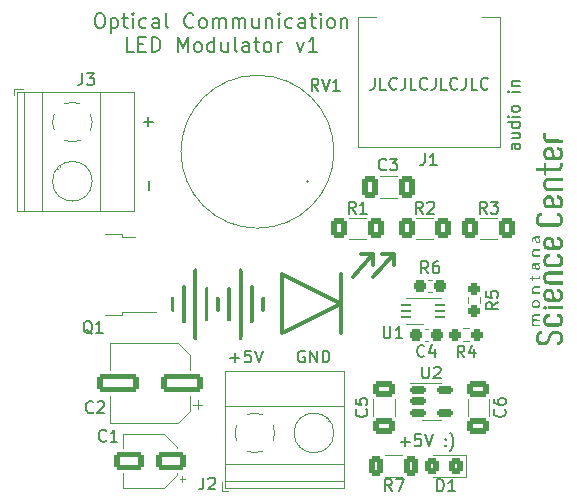
<source format=gto>
%TF.GenerationSoftware,KiCad,Pcbnew,(6.0.7-1)-1*%
%TF.CreationDate,2022-08-15T15:40:10-06:00*%
%TF.ProjectId,led_modulator,6c65645f-6d6f-4647-956c-61746f722e6b,rev?*%
%TF.SameCoordinates,Original*%
%TF.FileFunction,Legend,Top*%
%TF.FilePolarity,Positive*%
%FSLAX46Y46*%
G04 Gerber Fmt 4.6, Leading zero omitted, Abs format (unit mm)*
G04 Created by KiCad (PCBNEW (6.0.7-1)-1) date 2022-08-15 15:40:10*
%MOMM*%
%LPD*%
G01*
G04 APERTURE LIST*
G04 Aperture macros list*
%AMRoundRect*
0 Rectangle with rounded corners*
0 $1 Rounding radius*
0 $2 $3 $4 $5 $6 $7 $8 $9 X,Y pos of 4 corners*
0 Add a 4 corners polygon primitive as box body*
4,1,4,$2,$3,$4,$5,$6,$7,$8,$9,$2,$3,0*
0 Add four circle primitives for the rounded corners*
1,1,$1+$1,$2,$3*
1,1,$1+$1,$4,$5*
1,1,$1+$1,$6,$7*
1,1,$1+$1,$8,$9*
0 Add four rect primitives between the rounded corners*
20,1,$1+$1,$2,$3,$4,$5,0*
20,1,$1+$1,$4,$5,$6,$7,0*
20,1,$1+$1,$6,$7,$8,$9,0*
20,1,$1+$1,$8,$9,$2,$3,0*%
G04 Aperture macros list end*
%ADD10C,0.150000*%
%ADD11C,0.200000*%
%ADD12C,0.120000*%
%ADD13C,0.300000*%
%ADD14RoundRect,0.250000X-0.650000X0.412500X-0.650000X-0.412500X0.650000X-0.412500X0.650000X0.412500X0*%
%ADD15C,3.200000*%
%ADD16RoundRect,0.237500X0.300000X0.237500X-0.300000X0.237500X-0.300000X-0.237500X0.300000X-0.237500X0*%
%ADD17RoundRect,0.250000X1.500000X0.550000X-1.500000X0.550000X-1.500000X-0.550000X1.500000X-0.550000X0*%
%ADD18RoundRect,0.250000X-0.312500X-0.625000X0.312500X-0.625000X0.312500X0.625000X-0.312500X0.625000X0*%
%ADD19RoundRect,0.237500X-0.250000X-0.237500X0.250000X-0.237500X0.250000X0.237500X-0.250000X0.237500X0*%
%ADD20RoundRect,0.250000X0.325000X0.450000X-0.325000X0.450000X-0.325000X-0.450000X0.325000X-0.450000X0*%
%ADD21RoundRect,0.250000X-0.400000X-0.625000X0.400000X-0.625000X0.400000X0.625000X-0.400000X0.625000X0*%
%ADD22RoundRect,0.250000X-0.412500X-0.650000X0.412500X-0.650000X0.412500X0.650000X-0.412500X0.650000X0*%
%ADD23RoundRect,0.237500X0.237500X-0.250000X0.237500X0.250000X-0.237500X0.250000X-0.237500X-0.250000X0*%
%ADD24RoundRect,0.062500X0.350000X0.062500X-0.350000X0.062500X-0.350000X-0.062500X0.350000X-0.062500X0*%
%ADD25R,1.650000X1.350000*%
%ADD26RoundRect,0.250000X1.050000X0.550000X-1.050000X0.550000X-1.050000X-0.550000X1.050000X-0.550000X0*%
%ADD27R,2.600000X2.600000*%
%ADD28C,2.600000*%
%ADD29C,1.473200*%
%ADD30RoundRect,0.150000X-0.512500X-0.150000X0.512500X-0.150000X0.512500X0.150000X-0.512500X0.150000X0*%
%ADD31R,2.200000X1.200000*%
%ADD32R,6.400000X5.800000*%
%ADD33O,1.200000X2.200000*%
%ADD34O,2.200000X1.200000*%
G04 APERTURE END LIST*
D10*
X142680952Y-112352380D02*
X142680952Y-113066666D01*
X142633333Y-113209523D01*
X142538095Y-113304761D01*
X142395238Y-113352380D01*
X142300000Y-113352380D01*
X143633333Y-113352380D02*
X143157142Y-113352380D01*
X143157142Y-112352380D01*
X144538095Y-113257142D02*
X144490476Y-113304761D01*
X144347619Y-113352380D01*
X144252380Y-113352380D01*
X144109523Y-113304761D01*
X144014285Y-113209523D01*
X143966666Y-113114285D01*
X143919047Y-112923809D01*
X143919047Y-112780952D01*
X143966666Y-112590476D01*
X144014285Y-112495238D01*
X144109523Y-112400000D01*
X144252380Y-112352380D01*
X144347619Y-112352380D01*
X144490476Y-112400000D01*
X144538095Y-112447619D01*
X145252380Y-112352380D02*
X145252380Y-113066666D01*
X145204761Y-113209523D01*
X145109523Y-113304761D01*
X144966666Y-113352380D01*
X144871428Y-113352380D01*
X146204761Y-113352380D02*
X145728571Y-113352380D01*
X145728571Y-112352380D01*
X147109523Y-113257142D02*
X147061904Y-113304761D01*
X146919047Y-113352380D01*
X146823809Y-113352380D01*
X146680952Y-113304761D01*
X146585714Y-113209523D01*
X146538095Y-113114285D01*
X146490476Y-112923809D01*
X146490476Y-112780952D01*
X146538095Y-112590476D01*
X146585714Y-112495238D01*
X146680952Y-112400000D01*
X146823809Y-112352380D01*
X146919047Y-112352380D01*
X147061904Y-112400000D01*
X147109523Y-112447619D01*
X147823809Y-112352380D02*
X147823809Y-113066666D01*
X147776190Y-113209523D01*
X147680952Y-113304761D01*
X147538095Y-113352380D01*
X147442857Y-113352380D01*
X148776190Y-113352380D02*
X148300000Y-113352380D01*
X148300000Y-112352380D01*
X149680952Y-113257142D02*
X149633333Y-113304761D01*
X149490476Y-113352380D01*
X149395238Y-113352380D01*
X149252380Y-113304761D01*
X149157142Y-113209523D01*
X149109523Y-113114285D01*
X149061904Y-112923809D01*
X149061904Y-112780952D01*
X149109523Y-112590476D01*
X149157142Y-112495238D01*
X149252380Y-112400000D01*
X149395238Y-112352380D01*
X149490476Y-112352380D01*
X149633333Y-112400000D01*
X149680952Y-112447619D01*
X150395238Y-112352380D02*
X150395238Y-113066666D01*
X150347619Y-113209523D01*
X150252380Y-113304761D01*
X150109523Y-113352380D01*
X150014285Y-113352380D01*
X151347619Y-113352380D02*
X150871428Y-113352380D01*
X150871428Y-112352380D01*
X152252380Y-113257142D02*
X152204761Y-113304761D01*
X152061904Y-113352380D01*
X151966666Y-113352380D01*
X151823809Y-113304761D01*
X151728571Y-113209523D01*
X151680952Y-113114285D01*
X151633333Y-112923809D01*
X151633333Y-112780952D01*
X151680952Y-112590476D01*
X151728571Y-112495238D01*
X151823809Y-112400000D01*
X151966666Y-112352380D01*
X152061904Y-112352380D01*
X152204761Y-112400000D01*
X152252380Y-112447619D01*
D11*
X119283333Y-106909226D02*
X119521428Y-106909226D01*
X119640476Y-106968750D01*
X119759523Y-107087797D01*
X119819047Y-107325892D01*
X119819047Y-107742559D01*
X119759523Y-107980654D01*
X119640476Y-108099702D01*
X119521428Y-108159226D01*
X119283333Y-108159226D01*
X119164285Y-108099702D01*
X119045238Y-107980654D01*
X118985714Y-107742559D01*
X118985714Y-107325892D01*
X119045238Y-107087797D01*
X119164285Y-106968750D01*
X119283333Y-106909226D01*
X120354761Y-107325892D02*
X120354761Y-108575892D01*
X120354761Y-107385416D02*
X120473809Y-107325892D01*
X120711904Y-107325892D01*
X120830952Y-107385416D01*
X120890476Y-107444940D01*
X120950000Y-107563988D01*
X120950000Y-107921130D01*
X120890476Y-108040178D01*
X120830952Y-108099702D01*
X120711904Y-108159226D01*
X120473809Y-108159226D01*
X120354761Y-108099702D01*
X121307142Y-107325892D02*
X121783333Y-107325892D01*
X121485714Y-106909226D02*
X121485714Y-107980654D01*
X121545238Y-108099702D01*
X121664285Y-108159226D01*
X121783333Y-108159226D01*
X122200000Y-108159226D02*
X122200000Y-107325892D01*
X122200000Y-106909226D02*
X122140476Y-106968750D01*
X122200000Y-107028273D01*
X122259523Y-106968750D01*
X122200000Y-106909226D01*
X122200000Y-107028273D01*
X123330952Y-108099702D02*
X123211904Y-108159226D01*
X122973809Y-108159226D01*
X122854761Y-108099702D01*
X122795238Y-108040178D01*
X122735714Y-107921130D01*
X122735714Y-107563988D01*
X122795238Y-107444940D01*
X122854761Y-107385416D01*
X122973809Y-107325892D01*
X123211904Y-107325892D01*
X123330952Y-107385416D01*
X124402380Y-108159226D02*
X124402380Y-107504464D01*
X124342857Y-107385416D01*
X124223809Y-107325892D01*
X123985714Y-107325892D01*
X123866666Y-107385416D01*
X124402380Y-108099702D02*
X124283333Y-108159226D01*
X123985714Y-108159226D01*
X123866666Y-108099702D01*
X123807142Y-107980654D01*
X123807142Y-107861607D01*
X123866666Y-107742559D01*
X123985714Y-107683035D01*
X124283333Y-107683035D01*
X124402380Y-107623511D01*
X125176190Y-108159226D02*
X125057142Y-108099702D01*
X124997619Y-107980654D01*
X124997619Y-106909226D01*
X127319047Y-108040178D02*
X127259523Y-108099702D01*
X127080952Y-108159226D01*
X126961904Y-108159226D01*
X126783333Y-108099702D01*
X126664285Y-107980654D01*
X126604761Y-107861607D01*
X126545238Y-107623511D01*
X126545238Y-107444940D01*
X126604761Y-107206845D01*
X126664285Y-107087797D01*
X126783333Y-106968750D01*
X126961904Y-106909226D01*
X127080952Y-106909226D01*
X127259523Y-106968750D01*
X127319047Y-107028273D01*
X128033333Y-108159226D02*
X127914285Y-108099702D01*
X127854761Y-108040178D01*
X127795238Y-107921130D01*
X127795238Y-107563988D01*
X127854761Y-107444940D01*
X127914285Y-107385416D01*
X128033333Y-107325892D01*
X128211904Y-107325892D01*
X128330952Y-107385416D01*
X128390476Y-107444940D01*
X128450000Y-107563988D01*
X128450000Y-107921130D01*
X128390476Y-108040178D01*
X128330952Y-108099702D01*
X128211904Y-108159226D01*
X128033333Y-108159226D01*
X128985714Y-108159226D02*
X128985714Y-107325892D01*
X128985714Y-107444940D02*
X129045238Y-107385416D01*
X129164285Y-107325892D01*
X129342857Y-107325892D01*
X129461904Y-107385416D01*
X129521428Y-107504464D01*
X129521428Y-108159226D01*
X129521428Y-107504464D02*
X129580952Y-107385416D01*
X129700000Y-107325892D01*
X129878571Y-107325892D01*
X129997619Y-107385416D01*
X130057142Y-107504464D01*
X130057142Y-108159226D01*
X130652380Y-108159226D02*
X130652380Y-107325892D01*
X130652380Y-107444940D02*
X130711904Y-107385416D01*
X130830952Y-107325892D01*
X131009523Y-107325892D01*
X131128571Y-107385416D01*
X131188095Y-107504464D01*
X131188095Y-108159226D01*
X131188095Y-107504464D02*
X131247619Y-107385416D01*
X131366666Y-107325892D01*
X131545238Y-107325892D01*
X131664285Y-107385416D01*
X131723809Y-107504464D01*
X131723809Y-108159226D01*
X132854761Y-107325892D02*
X132854761Y-108159226D01*
X132319047Y-107325892D02*
X132319047Y-107980654D01*
X132378571Y-108099702D01*
X132497619Y-108159226D01*
X132676190Y-108159226D01*
X132795238Y-108099702D01*
X132854761Y-108040178D01*
X133450000Y-107325892D02*
X133450000Y-108159226D01*
X133450000Y-107444940D02*
X133509523Y-107385416D01*
X133628571Y-107325892D01*
X133807142Y-107325892D01*
X133926190Y-107385416D01*
X133985714Y-107504464D01*
X133985714Y-108159226D01*
X134580952Y-108159226D02*
X134580952Y-107325892D01*
X134580952Y-106909226D02*
X134521428Y-106968750D01*
X134580952Y-107028273D01*
X134640476Y-106968750D01*
X134580952Y-106909226D01*
X134580952Y-107028273D01*
X135711904Y-108099702D02*
X135592857Y-108159226D01*
X135354761Y-108159226D01*
X135235714Y-108099702D01*
X135176190Y-108040178D01*
X135116666Y-107921130D01*
X135116666Y-107563988D01*
X135176190Y-107444940D01*
X135235714Y-107385416D01*
X135354761Y-107325892D01*
X135592857Y-107325892D01*
X135711904Y-107385416D01*
X136783333Y-108159226D02*
X136783333Y-107504464D01*
X136723809Y-107385416D01*
X136604761Y-107325892D01*
X136366666Y-107325892D01*
X136247619Y-107385416D01*
X136783333Y-108099702D02*
X136664285Y-108159226D01*
X136366666Y-108159226D01*
X136247619Y-108099702D01*
X136188095Y-107980654D01*
X136188095Y-107861607D01*
X136247619Y-107742559D01*
X136366666Y-107683035D01*
X136664285Y-107683035D01*
X136783333Y-107623511D01*
X137200000Y-107325892D02*
X137676190Y-107325892D01*
X137378571Y-106909226D02*
X137378571Y-107980654D01*
X137438095Y-108099702D01*
X137557142Y-108159226D01*
X137676190Y-108159226D01*
X138092857Y-108159226D02*
X138092857Y-107325892D01*
X138092857Y-106909226D02*
X138033333Y-106968750D01*
X138092857Y-107028273D01*
X138152380Y-106968750D01*
X138092857Y-106909226D01*
X138092857Y-107028273D01*
X138866666Y-108159226D02*
X138747619Y-108099702D01*
X138688095Y-108040178D01*
X138628571Y-107921130D01*
X138628571Y-107563988D01*
X138688095Y-107444940D01*
X138747619Y-107385416D01*
X138866666Y-107325892D01*
X139045238Y-107325892D01*
X139164285Y-107385416D01*
X139223809Y-107444940D01*
X139283333Y-107563988D01*
X139283333Y-107921130D01*
X139223809Y-108040178D01*
X139164285Y-108099702D01*
X139045238Y-108159226D01*
X138866666Y-108159226D01*
X139819047Y-107325892D02*
X139819047Y-108159226D01*
X139819047Y-107444940D02*
X139878571Y-107385416D01*
X139997619Y-107325892D01*
X140176190Y-107325892D01*
X140295238Y-107385416D01*
X140354761Y-107504464D01*
X140354761Y-108159226D01*
X122259523Y-110171726D02*
X121664285Y-110171726D01*
X121664285Y-108921726D01*
X122676190Y-109516964D02*
X123092857Y-109516964D01*
X123271428Y-110171726D02*
X122676190Y-110171726D01*
X122676190Y-108921726D01*
X123271428Y-108921726D01*
X123807142Y-110171726D02*
X123807142Y-108921726D01*
X124104761Y-108921726D01*
X124283333Y-108981250D01*
X124402380Y-109100297D01*
X124461904Y-109219345D01*
X124521428Y-109457440D01*
X124521428Y-109636011D01*
X124461904Y-109874107D01*
X124402380Y-109993154D01*
X124283333Y-110112202D01*
X124104761Y-110171726D01*
X123807142Y-110171726D01*
X126009523Y-110171726D02*
X126009523Y-108921726D01*
X126426190Y-109814583D01*
X126842857Y-108921726D01*
X126842857Y-110171726D01*
X127616666Y-110171726D02*
X127497619Y-110112202D01*
X127438095Y-110052678D01*
X127378571Y-109933630D01*
X127378571Y-109576488D01*
X127438095Y-109457440D01*
X127497619Y-109397916D01*
X127616666Y-109338392D01*
X127795238Y-109338392D01*
X127914285Y-109397916D01*
X127973809Y-109457440D01*
X128033333Y-109576488D01*
X128033333Y-109933630D01*
X127973809Y-110052678D01*
X127914285Y-110112202D01*
X127795238Y-110171726D01*
X127616666Y-110171726D01*
X129104761Y-110171726D02*
X129104761Y-108921726D01*
X129104761Y-110112202D02*
X128985714Y-110171726D01*
X128747619Y-110171726D01*
X128628571Y-110112202D01*
X128569047Y-110052678D01*
X128509523Y-109933630D01*
X128509523Y-109576488D01*
X128569047Y-109457440D01*
X128628571Y-109397916D01*
X128747619Y-109338392D01*
X128985714Y-109338392D01*
X129104761Y-109397916D01*
X130235714Y-109338392D02*
X130235714Y-110171726D01*
X129699999Y-109338392D02*
X129699999Y-109993154D01*
X129759523Y-110112202D01*
X129878571Y-110171726D01*
X130057142Y-110171726D01*
X130176190Y-110112202D01*
X130235714Y-110052678D01*
X131009523Y-110171726D02*
X130890476Y-110112202D01*
X130830952Y-109993154D01*
X130830952Y-108921726D01*
X132021428Y-110171726D02*
X132021428Y-109516964D01*
X131961904Y-109397916D01*
X131842857Y-109338392D01*
X131604761Y-109338392D01*
X131485714Y-109397916D01*
X132021428Y-110112202D02*
X131902380Y-110171726D01*
X131604761Y-110171726D01*
X131485714Y-110112202D01*
X131426190Y-109993154D01*
X131426190Y-109874107D01*
X131485714Y-109755059D01*
X131604761Y-109695535D01*
X131902380Y-109695535D01*
X132021428Y-109636011D01*
X132438095Y-109338392D02*
X132914285Y-109338392D01*
X132616666Y-108921726D02*
X132616666Y-109993154D01*
X132676190Y-110112202D01*
X132795238Y-110171726D01*
X132914285Y-110171726D01*
X133509523Y-110171726D02*
X133390476Y-110112202D01*
X133330952Y-110052678D01*
X133271428Y-109933630D01*
X133271428Y-109576488D01*
X133330952Y-109457440D01*
X133390476Y-109397916D01*
X133509523Y-109338392D01*
X133688095Y-109338392D01*
X133807142Y-109397916D01*
X133866666Y-109457440D01*
X133926190Y-109576488D01*
X133926190Y-109933630D01*
X133866666Y-110052678D01*
X133807142Y-110112202D01*
X133688095Y-110171726D01*
X133509523Y-110171726D01*
X134461904Y-110171726D02*
X134461904Y-109338392D01*
X134461904Y-109576488D02*
X134521428Y-109457440D01*
X134580952Y-109397916D01*
X134700000Y-109338392D01*
X134819047Y-109338392D01*
X136069047Y-109338392D02*
X136366666Y-110171726D01*
X136664285Y-109338392D01*
X137795238Y-110171726D02*
X137080952Y-110171726D01*
X137438095Y-110171726D02*
X137438095Y-108921726D01*
X137319047Y-109100297D01*
X137200000Y-109219345D01*
X137080952Y-109278869D01*
D10*
X144861904Y-143171428D02*
X145623809Y-143171428D01*
X145242857Y-143552380D02*
X145242857Y-142790476D01*
X146576190Y-142552380D02*
X146100000Y-142552380D01*
X146052380Y-143028571D01*
X146100000Y-142980952D01*
X146195238Y-142933333D01*
X146433333Y-142933333D01*
X146528571Y-142980952D01*
X146576190Y-143028571D01*
X146623809Y-143123809D01*
X146623809Y-143361904D01*
X146576190Y-143457142D01*
X146528571Y-143504761D01*
X146433333Y-143552380D01*
X146195238Y-143552380D01*
X146100000Y-143504761D01*
X146052380Y-143457142D01*
X146909523Y-142552380D02*
X147242857Y-143552380D01*
X147576190Y-142552380D01*
X148671428Y-143457142D02*
X148719047Y-143504761D01*
X148671428Y-143552380D01*
X148623809Y-143504761D01*
X148671428Y-143457142D01*
X148671428Y-143552380D01*
X148671428Y-142933333D02*
X148719047Y-142980952D01*
X148671428Y-143028571D01*
X148623809Y-142980952D01*
X148671428Y-142933333D01*
X148671428Y-143028571D01*
X149052380Y-143933333D02*
X149100000Y-143885714D01*
X149195238Y-143742857D01*
X149242857Y-143647619D01*
X149290476Y-143504761D01*
X149338095Y-143266666D01*
X149338095Y-143076190D01*
X149290476Y-142838095D01*
X149242857Y-142695238D01*
X149195238Y-142600000D01*
X149100000Y-142457142D01*
X149052380Y-142409523D01*
X123571428Y-121880952D02*
X123571428Y-121119047D01*
X136738095Y-135500000D02*
X136642857Y-135452380D01*
X136500000Y-135452380D01*
X136357142Y-135500000D01*
X136261904Y-135595238D01*
X136214285Y-135690476D01*
X136166666Y-135880952D01*
X136166666Y-136023809D01*
X136214285Y-136214285D01*
X136261904Y-136309523D01*
X136357142Y-136404761D01*
X136500000Y-136452380D01*
X136595238Y-136452380D01*
X136738095Y-136404761D01*
X136785714Y-136357142D01*
X136785714Y-136023809D01*
X136595238Y-136023809D01*
X137214285Y-136452380D02*
X137214285Y-135452380D01*
X137785714Y-136452380D01*
X137785714Y-135452380D01*
X138261904Y-136452380D02*
X138261904Y-135452380D01*
X138500000Y-135452380D01*
X138642857Y-135500000D01*
X138738095Y-135595238D01*
X138785714Y-135690476D01*
X138833333Y-135880952D01*
X138833333Y-136023809D01*
X138785714Y-136214285D01*
X138738095Y-136309523D01*
X138642857Y-136404761D01*
X138500000Y-136452380D01*
X138261904Y-136452380D01*
X154952380Y-117952380D02*
X154428571Y-117952380D01*
X154333333Y-118000000D01*
X154285714Y-118095238D01*
X154285714Y-118285714D01*
X154333333Y-118380952D01*
X154904761Y-117952380D02*
X154952380Y-118047619D01*
X154952380Y-118285714D01*
X154904761Y-118380952D01*
X154809523Y-118428571D01*
X154714285Y-118428571D01*
X154619047Y-118380952D01*
X154571428Y-118285714D01*
X154571428Y-118047619D01*
X154523809Y-117952380D01*
X154285714Y-117047619D02*
X154952380Y-117047619D01*
X154285714Y-117476190D02*
X154809523Y-117476190D01*
X154904761Y-117428571D01*
X154952380Y-117333333D01*
X154952380Y-117190476D01*
X154904761Y-117095238D01*
X154857142Y-117047619D01*
X154952380Y-116142857D02*
X153952380Y-116142857D01*
X154904761Y-116142857D02*
X154952380Y-116238095D01*
X154952380Y-116428571D01*
X154904761Y-116523809D01*
X154857142Y-116571428D01*
X154761904Y-116619047D01*
X154476190Y-116619047D01*
X154380952Y-116571428D01*
X154333333Y-116523809D01*
X154285714Y-116428571D01*
X154285714Y-116238095D01*
X154333333Y-116142857D01*
X154952380Y-115666666D02*
X154285714Y-115666666D01*
X153952380Y-115666666D02*
X154000000Y-115714285D01*
X154047619Y-115666666D01*
X154000000Y-115619047D01*
X153952380Y-115666666D01*
X154047619Y-115666666D01*
X154952380Y-115047619D02*
X154904761Y-115142857D01*
X154857142Y-115190476D01*
X154761904Y-115238095D01*
X154476190Y-115238095D01*
X154380952Y-115190476D01*
X154333333Y-115142857D01*
X154285714Y-115047619D01*
X154285714Y-114904761D01*
X154333333Y-114809523D01*
X154380952Y-114761904D01*
X154476190Y-114714285D01*
X154761904Y-114714285D01*
X154857142Y-114761904D01*
X154904761Y-114809523D01*
X154952380Y-114904761D01*
X154952380Y-115047619D01*
X154952380Y-113523809D02*
X154285714Y-113523809D01*
X153952380Y-113523809D02*
X154000000Y-113571428D01*
X154047619Y-113523809D01*
X154000000Y-113476190D01*
X153952380Y-113523809D01*
X154047619Y-113523809D01*
X154285714Y-113047619D02*
X154952380Y-113047619D01*
X154380952Y-113047619D02*
X154333333Y-113000000D01*
X154285714Y-112904761D01*
X154285714Y-112761904D01*
X154333333Y-112666666D01*
X154428571Y-112619047D01*
X154952380Y-112619047D01*
X123119047Y-116071428D02*
X123880952Y-116071428D01*
X123500000Y-116452380D02*
X123500000Y-115690476D01*
X130464285Y-136071428D02*
X131226190Y-136071428D01*
X130845238Y-136452380D02*
X130845238Y-135690476D01*
X132178571Y-135452380D02*
X131702380Y-135452380D01*
X131654761Y-135928571D01*
X131702380Y-135880952D01*
X131797619Y-135833333D01*
X132035714Y-135833333D01*
X132130952Y-135880952D01*
X132178571Y-135928571D01*
X132226190Y-136023809D01*
X132226190Y-136261904D01*
X132178571Y-136357142D01*
X132130952Y-136404761D01*
X132035714Y-136452380D01*
X131797619Y-136452380D01*
X131702380Y-136404761D01*
X131654761Y-136357142D01*
X132511904Y-135452380D02*
X132845238Y-136452380D01*
X133178571Y-135452380D01*
X141957142Y-140441666D02*
X142004761Y-140489285D01*
X142052380Y-140632142D01*
X142052380Y-140727380D01*
X142004761Y-140870238D01*
X141909523Y-140965476D01*
X141814285Y-141013095D01*
X141623809Y-141060714D01*
X141480952Y-141060714D01*
X141290476Y-141013095D01*
X141195238Y-140965476D01*
X141100000Y-140870238D01*
X141052380Y-140727380D01*
X141052380Y-140632142D01*
X141100000Y-140489285D01*
X141147619Y-140441666D01*
X141052380Y-139536904D02*
X141052380Y-140013095D01*
X141528571Y-140060714D01*
X141480952Y-140013095D01*
X141433333Y-139917857D01*
X141433333Y-139679761D01*
X141480952Y-139584523D01*
X141528571Y-139536904D01*
X141623809Y-139489285D01*
X141861904Y-139489285D01*
X141957142Y-139536904D01*
X142004761Y-139584523D01*
X142052380Y-139679761D01*
X142052380Y-139917857D01*
X142004761Y-140013095D01*
X141957142Y-140060714D01*
X146883333Y-135887142D02*
X146835714Y-135934761D01*
X146692857Y-135982380D01*
X146597619Y-135982380D01*
X146454761Y-135934761D01*
X146359523Y-135839523D01*
X146311904Y-135744285D01*
X146264285Y-135553809D01*
X146264285Y-135410952D01*
X146311904Y-135220476D01*
X146359523Y-135125238D01*
X146454761Y-135030000D01*
X146597619Y-134982380D01*
X146692857Y-134982380D01*
X146835714Y-135030000D01*
X146883333Y-135077619D01*
X147740476Y-135315714D02*
X147740476Y-135982380D01*
X147502380Y-134934761D02*
X147264285Y-135649047D01*
X147883333Y-135649047D01*
X118833333Y-140657142D02*
X118785714Y-140704761D01*
X118642857Y-140752380D01*
X118547619Y-140752380D01*
X118404761Y-140704761D01*
X118309523Y-140609523D01*
X118261904Y-140514285D01*
X118214285Y-140323809D01*
X118214285Y-140180952D01*
X118261904Y-139990476D01*
X118309523Y-139895238D01*
X118404761Y-139800000D01*
X118547619Y-139752380D01*
X118642857Y-139752380D01*
X118785714Y-139800000D01*
X118833333Y-139847619D01*
X119214285Y-139847619D02*
X119261904Y-139800000D01*
X119357142Y-139752380D01*
X119595238Y-139752380D01*
X119690476Y-139800000D01*
X119738095Y-139847619D01*
X119785714Y-139942857D01*
X119785714Y-140038095D01*
X119738095Y-140180952D01*
X119166666Y-140752380D01*
X119785714Y-140752380D01*
X144133333Y-147352380D02*
X143800000Y-146876190D01*
X143561904Y-147352380D02*
X143561904Y-146352380D01*
X143942857Y-146352380D01*
X144038095Y-146400000D01*
X144085714Y-146447619D01*
X144133333Y-146542857D01*
X144133333Y-146685714D01*
X144085714Y-146780952D01*
X144038095Y-146828571D01*
X143942857Y-146876190D01*
X143561904Y-146876190D01*
X144466666Y-146352380D02*
X145133333Y-146352380D01*
X144704761Y-147352380D01*
X150258333Y-136027380D02*
X149925000Y-135551190D01*
X149686904Y-136027380D02*
X149686904Y-135027380D01*
X150067857Y-135027380D01*
X150163095Y-135075000D01*
X150210714Y-135122619D01*
X150258333Y-135217857D01*
X150258333Y-135360714D01*
X150210714Y-135455952D01*
X150163095Y-135503571D01*
X150067857Y-135551190D01*
X149686904Y-135551190D01*
X151115476Y-135360714D02*
X151115476Y-136027380D01*
X150877380Y-134979761D02*
X150639285Y-135694047D01*
X151258333Y-135694047D01*
X153667142Y-140441666D02*
X153714761Y-140489285D01*
X153762380Y-140632142D01*
X153762380Y-140727380D01*
X153714761Y-140870238D01*
X153619523Y-140965476D01*
X153524285Y-141013095D01*
X153333809Y-141060714D01*
X153190952Y-141060714D01*
X153000476Y-141013095D01*
X152905238Y-140965476D01*
X152810000Y-140870238D01*
X152762380Y-140727380D01*
X152762380Y-140632142D01*
X152810000Y-140489285D01*
X152857619Y-140441666D01*
X152762380Y-139584523D02*
X152762380Y-139775000D01*
X152810000Y-139870238D01*
X152857619Y-139917857D01*
X153000476Y-140013095D01*
X153190952Y-140060714D01*
X153571904Y-140060714D01*
X153667142Y-140013095D01*
X153714761Y-139965476D01*
X153762380Y-139870238D01*
X153762380Y-139679761D01*
X153714761Y-139584523D01*
X153667142Y-139536904D01*
X153571904Y-139489285D01*
X153333809Y-139489285D01*
X153238571Y-139536904D01*
X153190952Y-139584523D01*
X153143333Y-139679761D01*
X153143333Y-139870238D01*
X153190952Y-139965476D01*
X153238571Y-140013095D01*
X153333809Y-140060714D01*
X147961904Y-147352380D02*
X147961904Y-146352380D01*
X148200000Y-146352380D01*
X148342857Y-146400000D01*
X148438095Y-146495238D01*
X148485714Y-146590476D01*
X148533333Y-146780952D01*
X148533333Y-146923809D01*
X148485714Y-147114285D01*
X148438095Y-147209523D01*
X148342857Y-147304761D01*
X148200000Y-147352380D01*
X147961904Y-147352380D01*
X149485714Y-147352380D02*
X148914285Y-147352380D01*
X149200000Y-147352380D02*
X149200000Y-146352380D01*
X149104761Y-146495238D01*
X149009523Y-146590476D01*
X148914285Y-146638095D01*
X146753333Y-123852380D02*
X146420000Y-123376190D01*
X146181904Y-123852380D02*
X146181904Y-122852380D01*
X146562857Y-122852380D01*
X146658095Y-122900000D01*
X146705714Y-122947619D01*
X146753333Y-123042857D01*
X146753333Y-123185714D01*
X146705714Y-123280952D01*
X146658095Y-123328571D01*
X146562857Y-123376190D01*
X146181904Y-123376190D01*
X147134285Y-122947619D02*
X147181904Y-122900000D01*
X147277142Y-122852380D01*
X147515238Y-122852380D01*
X147610476Y-122900000D01*
X147658095Y-122947619D01*
X147705714Y-123042857D01*
X147705714Y-123138095D01*
X147658095Y-123280952D01*
X147086666Y-123852380D01*
X147705714Y-123852380D01*
X143643333Y-120107142D02*
X143595714Y-120154761D01*
X143452857Y-120202380D01*
X143357619Y-120202380D01*
X143214761Y-120154761D01*
X143119523Y-120059523D01*
X143071904Y-119964285D01*
X143024285Y-119773809D01*
X143024285Y-119630952D01*
X143071904Y-119440476D01*
X143119523Y-119345238D01*
X143214761Y-119250000D01*
X143357619Y-119202380D01*
X143452857Y-119202380D01*
X143595714Y-119250000D01*
X143643333Y-119297619D01*
X143976666Y-119202380D02*
X144595714Y-119202380D01*
X144262380Y-119583333D01*
X144405238Y-119583333D01*
X144500476Y-119630952D01*
X144548095Y-119678571D01*
X144595714Y-119773809D01*
X144595714Y-120011904D01*
X144548095Y-120107142D01*
X144500476Y-120154761D01*
X144405238Y-120202380D01*
X144119523Y-120202380D01*
X144024285Y-120154761D01*
X143976666Y-120107142D01*
X153102380Y-131354166D02*
X152626190Y-131687500D01*
X153102380Y-131925595D02*
X152102380Y-131925595D01*
X152102380Y-131544642D01*
X152150000Y-131449404D01*
X152197619Y-131401785D01*
X152292857Y-131354166D01*
X152435714Y-131354166D01*
X152530952Y-131401785D01*
X152578571Y-131449404D01*
X152626190Y-131544642D01*
X152626190Y-131925595D01*
X152102380Y-130449404D02*
X152102380Y-130925595D01*
X152578571Y-130973214D01*
X152530952Y-130925595D01*
X152483333Y-130830357D01*
X152483333Y-130592261D01*
X152530952Y-130497023D01*
X152578571Y-130449404D01*
X152673809Y-130401785D01*
X152911904Y-130401785D01*
X153007142Y-130449404D01*
X153054761Y-130497023D01*
X153102380Y-130592261D01*
X153102380Y-130830357D01*
X153054761Y-130925595D01*
X153007142Y-130973214D01*
X143438095Y-133402380D02*
X143438095Y-134211904D01*
X143485714Y-134307142D01*
X143533333Y-134354761D01*
X143628571Y-134402380D01*
X143819047Y-134402380D01*
X143914285Y-134354761D01*
X143961904Y-134307142D01*
X144009523Y-134211904D01*
X144009523Y-133402380D01*
X145009523Y-134402380D02*
X144438095Y-134402380D01*
X144723809Y-134402380D02*
X144723809Y-133402380D01*
X144628571Y-133545238D01*
X144533333Y-133640476D01*
X144438095Y-133688095D01*
X141053333Y-123852380D02*
X140720000Y-123376190D01*
X140481904Y-123852380D02*
X140481904Y-122852380D01*
X140862857Y-122852380D01*
X140958095Y-122900000D01*
X141005714Y-122947619D01*
X141053333Y-123042857D01*
X141053333Y-123185714D01*
X141005714Y-123280952D01*
X140958095Y-123328571D01*
X140862857Y-123376190D01*
X140481904Y-123376190D01*
X142005714Y-123852380D02*
X141434285Y-123852380D01*
X141720000Y-123852380D02*
X141720000Y-122852380D01*
X141624761Y-122995238D01*
X141529523Y-123090476D01*
X141434285Y-123138095D01*
X119933333Y-143057142D02*
X119885714Y-143104761D01*
X119742857Y-143152380D01*
X119647619Y-143152380D01*
X119504761Y-143104761D01*
X119409523Y-143009523D01*
X119361904Y-142914285D01*
X119314285Y-142723809D01*
X119314285Y-142580952D01*
X119361904Y-142390476D01*
X119409523Y-142295238D01*
X119504761Y-142200000D01*
X119647619Y-142152380D01*
X119742857Y-142152380D01*
X119885714Y-142200000D01*
X119933333Y-142247619D01*
X120885714Y-143152380D02*
X120314285Y-143152380D01*
X120600000Y-143152380D02*
X120600000Y-142152380D01*
X120504761Y-142295238D01*
X120409523Y-142390476D01*
X120314285Y-142438095D01*
X128166666Y-146202380D02*
X128166666Y-146916666D01*
X128119047Y-147059523D01*
X128023809Y-147154761D01*
X127880952Y-147202380D01*
X127785714Y-147202380D01*
X128595238Y-146297619D02*
X128642857Y-146250000D01*
X128738095Y-146202380D01*
X128976190Y-146202380D01*
X129071428Y-146250000D01*
X129119047Y-146297619D01*
X129166666Y-146392857D01*
X129166666Y-146488095D01*
X129119047Y-146630952D01*
X128547619Y-147202380D01*
X129166666Y-147202380D01*
X137904761Y-113452380D02*
X137571428Y-112976190D01*
X137333333Y-113452380D02*
X137333333Y-112452380D01*
X137714285Y-112452380D01*
X137809523Y-112500000D01*
X137857142Y-112547619D01*
X137904761Y-112642857D01*
X137904761Y-112785714D01*
X137857142Y-112880952D01*
X137809523Y-112928571D01*
X137714285Y-112976190D01*
X137333333Y-112976190D01*
X138190476Y-112452380D02*
X138523809Y-113452380D01*
X138857142Y-112452380D01*
X139714285Y-113452380D02*
X139142857Y-113452380D01*
X139428571Y-113452380D02*
X139428571Y-112452380D01*
X139333333Y-112595238D01*
X139238095Y-112690476D01*
X139142857Y-112738095D01*
X146698095Y-136802380D02*
X146698095Y-137611904D01*
X146745714Y-137707142D01*
X146793333Y-137754761D01*
X146888571Y-137802380D01*
X147079047Y-137802380D01*
X147174285Y-137754761D01*
X147221904Y-137707142D01*
X147269523Y-137611904D01*
X147269523Y-136802380D01*
X147698095Y-136897619D02*
X147745714Y-136850000D01*
X147840952Y-136802380D01*
X148079047Y-136802380D01*
X148174285Y-136850000D01*
X148221904Y-136897619D01*
X148269523Y-136992857D01*
X148269523Y-137088095D01*
X148221904Y-137230952D01*
X147650476Y-137802380D01*
X148269523Y-137802380D01*
X152163333Y-123852380D02*
X151830000Y-123376190D01*
X151591904Y-123852380D02*
X151591904Y-122852380D01*
X151972857Y-122852380D01*
X152068095Y-122900000D01*
X152115714Y-122947619D01*
X152163333Y-123042857D01*
X152163333Y-123185714D01*
X152115714Y-123280952D01*
X152068095Y-123328571D01*
X151972857Y-123376190D01*
X151591904Y-123376190D01*
X152496666Y-122852380D02*
X153115714Y-122852380D01*
X152782380Y-123233333D01*
X152925238Y-123233333D01*
X153020476Y-123280952D01*
X153068095Y-123328571D01*
X153115714Y-123423809D01*
X153115714Y-123661904D01*
X153068095Y-123757142D01*
X153020476Y-123804761D01*
X152925238Y-123852380D01*
X152639523Y-123852380D01*
X152544285Y-123804761D01*
X152496666Y-123757142D01*
X147208333Y-128902380D02*
X146875000Y-128426190D01*
X146636904Y-128902380D02*
X146636904Y-127902380D01*
X147017857Y-127902380D01*
X147113095Y-127950000D01*
X147160714Y-127997619D01*
X147208333Y-128092857D01*
X147208333Y-128235714D01*
X147160714Y-128330952D01*
X147113095Y-128378571D01*
X147017857Y-128426190D01*
X146636904Y-128426190D01*
X148065476Y-127902380D02*
X147875000Y-127902380D01*
X147779761Y-127950000D01*
X147732142Y-127997619D01*
X147636904Y-128140476D01*
X147589285Y-128330952D01*
X147589285Y-128711904D01*
X147636904Y-128807142D01*
X147684523Y-128854761D01*
X147779761Y-128902380D01*
X147970238Y-128902380D01*
X148065476Y-128854761D01*
X148113095Y-128807142D01*
X148160714Y-128711904D01*
X148160714Y-128473809D01*
X148113095Y-128378571D01*
X148065476Y-128330952D01*
X147970238Y-128283333D01*
X147779761Y-128283333D01*
X147684523Y-128330952D01*
X147636904Y-128378571D01*
X147589285Y-128473809D01*
X118754761Y-134047619D02*
X118659523Y-134000000D01*
X118564285Y-133904761D01*
X118421428Y-133761904D01*
X118326190Y-133714285D01*
X118230952Y-133714285D01*
X118278571Y-133952380D02*
X118183333Y-133904761D01*
X118088095Y-133809523D01*
X118040476Y-133619047D01*
X118040476Y-133285714D01*
X118088095Y-133095238D01*
X118183333Y-133000000D01*
X118278571Y-132952380D01*
X118469047Y-132952380D01*
X118564285Y-133000000D01*
X118659523Y-133095238D01*
X118707142Y-133285714D01*
X118707142Y-133619047D01*
X118659523Y-133809523D01*
X118564285Y-133904761D01*
X118469047Y-133952380D01*
X118278571Y-133952380D01*
X119659523Y-133952380D02*
X119088095Y-133952380D01*
X119373809Y-133952380D02*
X119373809Y-132952380D01*
X119278571Y-133095238D01*
X119183333Y-133190476D01*
X119088095Y-133238095D01*
X117916666Y-111952380D02*
X117916666Y-112666666D01*
X117869047Y-112809523D01*
X117773809Y-112904761D01*
X117630952Y-112952380D01*
X117535714Y-112952380D01*
X118297619Y-111952380D02*
X118916666Y-111952380D01*
X118583333Y-112333333D01*
X118726190Y-112333333D01*
X118821428Y-112380952D01*
X118869047Y-112428571D01*
X118916666Y-112523809D01*
X118916666Y-112761904D01*
X118869047Y-112857142D01*
X118821428Y-112904761D01*
X118726190Y-112952380D01*
X118440476Y-112952380D01*
X118345238Y-112904761D01*
X118297619Y-112857142D01*
X146916666Y-118752380D02*
X146916666Y-119466666D01*
X146869047Y-119609523D01*
X146773809Y-119704761D01*
X146630952Y-119752380D01*
X146535714Y-119752380D01*
X147916666Y-119752380D02*
X147345238Y-119752380D01*
X147630952Y-119752380D02*
X147630952Y-118752380D01*
X147535714Y-118895238D01*
X147440476Y-118990476D01*
X147345238Y-119038095D01*
D12*
X142550000Y-139563748D02*
X142550000Y-140986252D01*
X144370000Y-139563748D02*
X144370000Y-140986252D01*
X147196267Y-134610000D02*
X146903733Y-134610000D01*
X147196267Y-133590000D02*
X146903733Y-133590000D01*
X125995563Y-134790000D02*
X120240000Y-134790000D01*
X127693750Y-140441250D02*
X127693750Y-139653750D01*
X120240000Y-134790000D02*
X120240000Y-137140000D01*
X125995563Y-141610000D02*
X120240000Y-141610000D01*
X127060000Y-140545563D02*
X127060000Y-139260000D01*
X120240000Y-141610000D02*
X120240000Y-139260000D01*
X127060000Y-140545563D02*
X125995563Y-141610000D01*
X127060000Y-135854437D02*
X127060000Y-137140000D01*
X127060000Y-135854437D02*
X125995563Y-134790000D01*
X128087500Y-140047500D02*
X127300000Y-140047500D01*
X143547936Y-144315000D02*
X145002064Y-144315000D01*
X143547936Y-146135000D02*
X145002064Y-146135000D01*
X150170276Y-133577500D02*
X150679724Y-133577500D01*
X150170276Y-134622500D02*
X150679724Y-134622500D01*
X150550000Y-139563748D02*
X150550000Y-140986252D01*
X152370000Y-139563748D02*
X152370000Y-140986252D01*
X147575000Y-146185000D02*
X150435000Y-146185000D01*
X150435000Y-146185000D02*
X150435000Y-144265000D01*
X150435000Y-144265000D02*
X147575000Y-144265000D01*
X146192936Y-124190000D02*
X147647064Y-124190000D01*
X146192936Y-126010000D02*
X147647064Y-126010000D01*
X143098748Y-120690000D02*
X144521252Y-120690000D01*
X143098748Y-122510000D02*
X144521252Y-122510000D01*
G36*
X125618948Y-130898136D02*
G01*
X125667908Y-130928241D01*
X125718954Y-130973846D01*
X125718954Y-132073126D01*
X125667908Y-132118743D01*
X125605403Y-132156100D01*
X125537490Y-132163131D01*
X125476985Y-132144282D01*
X125456749Y-132132901D01*
X125440349Y-132119191D01*
X125427381Y-132099973D01*
X125417441Y-132072064D01*
X125410125Y-132032284D01*
X125405029Y-131977452D01*
X125401749Y-131904386D01*
X125399880Y-131809905D01*
X125399019Y-131690828D01*
X125398762Y-131543975D01*
X125398754Y-131528423D01*
X125399141Y-131397460D01*
X125400357Y-131277342D01*
X125402304Y-131171776D01*
X125404883Y-131084470D01*
X125407998Y-131019133D01*
X125411551Y-130979473D01*
X125413483Y-130970371D01*
X125446444Y-130923219D01*
X125497237Y-130894541D01*
X125557519Y-130885720D01*
X125618948Y-130898136D01*
G37*
G36*
X126580920Y-129932563D02*
G01*
X126624050Y-129959900D01*
X126630868Y-129966460D01*
X126672431Y-130008023D01*
X126672431Y-133038972D01*
X126633354Y-133076904D01*
X126574309Y-133114745D01*
X126507809Y-133125079D01*
X126453594Y-133111991D01*
X126438002Y-133105795D01*
X126424237Y-133100512D01*
X126412179Y-133094270D01*
X126401711Y-133085197D01*
X126392712Y-133071420D01*
X126385064Y-133051067D01*
X126378647Y-133022265D01*
X126373343Y-132983142D01*
X126369031Y-132931825D01*
X126365594Y-132866442D01*
X126362912Y-132785121D01*
X126360866Y-132685989D01*
X126359337Y-132567174D01*
X126358205Y-132426803D01*
X126357352Y-132263004D01*
X126356658Y-132073905D01*
X126356005Y-131857632D01*
X126355273Y-131612314D01*
X126355121Y-131564085D01*
X126354371Y-131284524D01*
X126354011Y-131035420D01*
X126354047Y-130815969D01*
X126354486Y-130625369D01*
X126355333Y-130462817D01*
X126356596Y-130327511D01*
X126358280Y-130218646D01*
X126360393Y-130135421D01*
X126362941Y-130077032D01*
X126365930Y-130042678D01*
X126367490Y-130034603D01*
X126398878Y-129974602D01*
X126450961Y-129937857D01*
X126522957Y-129924911D01*
X126525869Y-129924896D01*
X126580920Y-129932563D01*
G37*
G36*
X127537945Y-128493006D02*
G01*
X127590855Y-128523430D01*
X127614248Y-128549701D01*
X127617577Y-128556042D01*
X127620630Y-128565360D01*
X127623420Y-128578989D01*
X127625963Y-128598264D01*
X127628272Y-128624520D01*
X127630362Y-128659090D01*
X127632246Y-128703310D01*
X127633939Y-128758513D01*
X127635456Y-128826035D01*
X127636809Y-128907211D01*
X127638014Y-129003374D01*
X127639084Y-129115859D01*
X127640034Y-129246001D01*
X127640878Y-129395134D01*
X127641630Y-129564593D01*
X127642304Y-129755712D01*
X127642914Y-129969827D01*
X127643476Y-130208271D01*
X127644001Y-130472379D01*
X127644506Y-130763486D01*
X127645004Y-131082927D01*
X127645509Y-131432035D01*
X127645609Y-131503383D01*
X127646137Y-131863406D01*
X127646646Y-132193481D01*
X127647094Y-132494923D01*
X127647442Y-132769045D01*
X127647647Y-133017162D01*
X127647669Y-133240587D01*
X127647468Y-133440635D01*
X127647003Y-133618620D01*
X127646232Y-133775855D01*
X127645116Y-133913655D01*
X127643613Y-134033334D01*
X127641683Y-134136205D01*
X127639284Y-134223584D01*
X127636377Y-134296783D01*
X127632920Y-134357117D01*
X127628872Y-134405901D01*
X127624193Y-134444447D01*
X127618843Y-134474070D01*
X127612779Y-134496083D01*
X127605962Y-134511802D01*
X127598351Y-134522541D01*
X127589904Y-134529612D01*
X127580582Y-134534330D01*
X127570343Y-134538009D01*
X127559146Y-134541964D01*
X127551223Y-134545358D01*
X127501556Y-134565585D01*
X127464648Y-134569269D01*
X127427136Y-134557042D01*
X127416400Y-134551729D01*
X127380410Y-134525282D01*
X127346302Y-134488614D01*
X127346061Y-134488290D01*
X127313293Y-134444160D01*
X127313293Y-128602837D01*
X127345960Y-128558706D01*
X127382187Y-128520972D01*
X127422288Y-128493185D01*
X127477717Y-128481735D01*
X127537945Y-128493006D01*
G37*
G36*
X133253509Y-130886565D02*
G01*
X133256975Y-130886948D01*
X133316856Y-130901776D01*
X133360212Y-130928189D01*
X133360244Y-130928220D01*
X133369332Y-130938224D01*
X133376642Y-130950365D01*
X133382406Y-130967980D01*
X133386853Y-130994408D01*
X133390213Y-131032986D01*
X133392718Y-131087051D01*
X133394596Y-131159941D01*
X133396079Y-131254994D01*
X133397396Y-131375547D01*
X133398380Y-131480928D01*
X133399237Y-131607648D01*
X133399481Y-131726311D01*
X133399146Y-131832792D01*
X133398267Y-131922964D01*
X133396877Y-131992701D01*
X133395012Y-132037876D01*
X133393624Y-132051781D01*
X133369865Y-132105204D01*
X133326091Y-132141960D01*
X133269859Y-132160112D01*
X133208727Y-132157727D01*
X133150251Y-132132869D01*
X133132093Y-132118754D01*
X133081047Y-132073149D01*
X133081047Y-130973869D01*
X133134086Y-130926472D01*
X133172373Y-130896545D01*
X133206698Y-130885006D01*
X133253509Y-130886565D01*
G37*
G36*
X129465847Y-130900940D02*
G01*
X129518668Y-130935653D01*
X129531364Y-130950181D01*
X129540486Y-130963707D01*
X129547790Y-130979394D01*
X129553523Y-131000746D01*
X129557929Y-131031265D01*
X129561253Y-131074456D01*
X129563740Y-131133820D01*
X129565636Y-131212861D01*
X129567185Y-131315081D01*
X129568633Y-131443984D01*
X129569095Y-131489443D01*
X129570159Y-131657436D01*
X129569694Y-131796177D01*
X129567709Y-131905213D01*
X129564215Y-131984093D01*
X129559222Y-132032366D01*
X129556995Y-132042382D01*
X129524004Y-132105860D01*
X129472390Y-132147048D01*
X129407828Y-132163332D01*
X129335989Y-132152094D01*
X129326666Y-132148578D01*
X129293703Y-132125739D01*
X129264142Y-132091651D01*
X129256457Y-132077787D01*
X129250295Y-132059906D01*
X129245492Y-132034654D01*
X129241880Y-131998678D01*
X129239294Y-131948621D01*
X129237567Y-131881130D01*
X129236533Y-131792849D01*
X129236026Y-131680425D01*
X129235879Y-131540502D01*
X129235877Y-131521444D01*
X129235941Y-131379011D01*
X129236262Y-131264463D01*
X129237033Y-131174422D01*
X129238451Y-131105513D01*
X129240707Y-131054356D01*
X129243998Y-131017577D01*
X129248517Y-130991798D01*
X129254458Y-130973641D01*
X129262016Y-130959730D01*
X129268736Y-130950223D01*
X129303551Y-130915099D01*
X129341833Y-130891754D01*
X129342544Y-130891495D01*
X129402748Y-130884856D01*
X129465847Y-130900940D01*
G37*
G36*
X130383230Y-130084918D02*
G01*
X130439639Y-130109279D01*
X130486339Y-130147491D01*
X130491914Y-130154384D01*
X130496793Y-130163103D01*
X130501031Y-130175682D01*
X130504683Y-130194154D01*
X130507803Y-130220551D01*
X130510445Y-130256908D01*
X130512664Y-130305256D01*
X130514515Y-130367630D01*
X130516052Y-130446062D01*
X130517330Y-130542586D01*
X130518403Y-130659235D01*
X130519325Y-130798041D01*
X130520152Y-130961039D01*
X130520937Y-131150261D01*
X130521736Y-131367740D01*
X130522139Y-131482149D01*
X130522726Y-131682146D01*
X130523076Y-131873952D01*
X130523195Y-132055152D01*
X130523092Y-132223328D01*
X130522776Y-132376066D01*
X130522254Y-132510949D01*
X130521535Y-132625560D01*
X130520628Y-132717484D01*
X130519539Y-132784304D01*
X130518279Y-132823605D01*
X130517517Y-132832604D01*
X130492720Y-132892553D01*
X130447715Y-132935562D01*
X130390051Y-132959068D01*
X130327279Y-132960507D01*
X130266950Y-132937318D01*
X130248841Y-132923805D01*
X130204985Y-132886081D01*
X130204985Y-130160657D01*
X130250441Y-130124412D01*
X130290755Y-130097991D01*
X130328212Y-130082077D01*
X130331183Y-130081421D01*
X130383230Y-130084918D01*
G37*
G36*
X128533051Y-130109677D02*
G01*
X128551160Y-130123190D01*
X128595016Y-130160914D01*
X128595016Y-132886338D01*
X128549560Y-132922583D01*
X128489454Y-132958419D01*
X128432060Y-132965444D01*
X128389228Y-132953429D01*
X128345077Y-132927128D01*
X128313662Y-132899504D01*
X128308087Y-132892611D01*
X128303208Y-132883892D01*
X128298969Y-132871312D01*
X128295318Y-132852841D01*
X128292198Y-132826443D01*
X128289556Y-132790087D01*
X128287337Y-132741738D01*
X128285486Y-132679365D01*
X128283949Y-132600932D01*
X128282671Y-132504409D01*
X128281598Y-132387760D01*
X128280676Y-132248953D01*
X128279849Y-132085956D01*
X128279063Y-131896734D01*
X128278264Y-131679255D01*
X128277862Y-131564846D01*
X128277274Y-131364849D01*
X128276925Y-131173043D01*
X128276806Y-130991843D01*
X128276909Y-130823667D01*
X128277225Y-130670929D01*
X128277747Y-130536046D01*
X128278465Y-130421435D01*
X128279373Y-130329511D01*
X128280461Y-130262690D01*
X128281722Y-130223390D01*
X128282484Y-130214391D01*
X128307280Y-130154442D01*
X128352286Y-130111433D01*
X128409950Y-130087927D01*
X128472722Y-130086487D01*
X128533051Y-130109677D01*
G37*
G36*
X132340797Y-129933873D02*
G01*
X132392878Y-129962392D01*
X132428205Y-130007551D01*
X132434347Y-130024353D01*
X132435890Y-130045164D01*
X132437397Y-130094995D01*
X132438851Y-130171604D01*
X132440234Y-130272748D01*
X132441527Y-130396186D01*
X132442713Y-130539676D01*
X132443773Y-130700976D01*
X132444690Y-130877843D01*
X132445444Y-131068037D01*
X132446019Y-131269314D01*
X132446395Y-131479433D01*
X132446442Y-131520092D01*
X132446704Y-131773587D01*
X132446858Y-131997681D01*
X132446821Y-132194237D01*
X132446508Y-132365115D01*
X132445835Y-132512177D01*
X132444718Y-132637283D01*
X132443073Y-132742296D01*
X132440816Y-132829075D01*
X132437862Y-132899484D01*
X132434128Y-132955382D01*
X132429529Y-132998632D01*
X132423981Y-133031094D01*
X132417401Y-133054630D01*
X132409703Y-133071101D01*
X132400804Y-133082369D01*
X132390620Y-133090294D01*
X132379066Y-133096737D01*
X132375078Y-133098785D01*
X132314647Y-133119126D01*
X132251497Y-133124256D01*
X132235020Y-133122291D01*
X132201470Y-133106892D01*
X132166006Y-133078059D01*
X132164681Y-133076667D01*
X132127570Y-133037163D01*
X132127570Y-130008023D01*
X132168964Y-129966629D01*
X132220348Y-129934144D01*
X132280457Y-129923841D01*
X132340797Y-129933873D01*
G37*
G36*
X131352616Y-128483043D02*
G01*
X131408923Y-128510396D01*
X131454415Y-128561524D01*
X131479266Y-128617476D01*
X131481264Y-128640187D01*
X131483134Y-128693546D01*
X131484875Y-128776941D01*
X131486482Y-128889759D01*
X131487953Y-129031386D01*
X131489285Y-129201210D01*
X131490473Y-129398618D01*
X131491515Y-129622998D01*
X131492408Y-129873736D01*
X131493149Y-130150219D01*
X131493734Y-130451834D01*
X131494160Y-130777970D01*
X131494424Y-131128012D01*
X131494523Y-131501348D01*
X131494524Y-131535619D01*
X131494534Y-131890896D01*
X131494543Y-132216254D01*
X131494518Y-132513037D01*
X131494427Y-132782586D01*
X131494235Y-133026246D01*
X131493912Y-133245358D01*
X131493423Y-133441266D01*
X131492736Y-133615313D01*
X131491818Y-133768841D01*
X131490637Y-133903193D01*
X131489159Y-134019712D01*
X131487352Y-134119742D01*
X131485183Y-134204624D01*
X131482619Y-134275702D01*
X131479628Y-134334319D01*
X131476176Y-134381817D01*
X131472230Y-134419540D01*
X131467759Y-134448829D01*
X131462729Y-134471029D01*
X131457107Y-134487482D01*
X131450860Y-134499531D01*
X131443956Y-134508518D01*
X131436362Y-134515787D01*
X131428045Y-134522681D01*
X131421409Y-134528327D01*
X131364482Y-134559419D01*
X131298972Y-134562805D01*
X131244431Y-134544757D01*
X131192846Y-134503220D01*
X131171067Y-134462082D01*
X131168460Y-134438918D01*
X131166022Y-134386476D01*
X131163753Y-134306650D01*
X131161651Y-134201337D01*
X131159718Y-134072431D01*
X131157952Y-133921828D01*
X131156354Y-133751422D01*
X131154922Y-133563110D01*
X131153657Y-133358785D01*
X131152558Y-133140344D01*
X131151625Y-132909682D01*
X131150857Y-132668693D01*
X131150255Y-132419274D01*
X131149817Y-132163318D01*
X131149543Y-131902722D01*
X131149433Y-131639380D01*
X131149488Y-131375189D01*
X131149705Y-131112042D01*
X131150085Y-130851835D01*
X131150628Y-130596464D01*
X131151334Y-130347823D01*
X131152201Y-130107809D01*
X131153229Y-129878315D01*
X131154419Y-129661237D01*
X131155770Y-129458471D01*
X131157281Y-129271911D01*
X131158952Y-129103453D01*
X131160783Y-128954992D01*
X131162774Y-128828423D01*
X131164923Y-128725642D01*
X131167231Y-128648543D01*
X131169698Y-128599022D01*
X131172170Y-128579289D01*
X131207188Y-128530976D01*
X131260321Y-128496084D01*
X131320095Y-128480732D01*
X131352616Y-128483043D01*
G37*
X150547500Y-131442224D02*
X150547500Y-130932776D01*
X151592500Y-131442224D02*
X151592500Y-130932776D01*
G36*
X157476588Y-132453720D02*
G01*
X157475656Y-132530271D01*
X157469296Y-132571590D01*
X157452160Y-132588540D01*
X157418902Y-132591989D01*
X157408525Y-132592014D01*
X157307255Y-132608664D01*
X157235672Y-132659184D01*
X157193207Y-132744431D01*
X157179291Y-132865262D01*
X157182287Y-132932637D01*
X157188987Y-132998485D01*
X157200475Y-133049104D01*
X157222277Y-133086495D01*
X157259917Y-133112661D01*
X157318921Y-133129605D01*
X157404814Y-133139328D01*
X157523122Y-133143834D01*
X157679369Y-133145125D01*
X157768769Y-133145190D01*
X157943969Y-133144376D01*
X158078990Y-133141409D01*
X158179730Y-133135505D01*
X158252089Y-133125880D01*
X158301964Y-133111749D01*
X158335254Y-133092328D01*
X158357859Y-133066831D01*
X158366309Y-133032413D01*
X158372492Y-132965947D01*
X158375130Y-132881472D01*
X158375146Y-132876918D01*
X158368974Y-132760808D01*
X158346657Y-132681882D01*
X158303377Y-132632640D01*
X158234315Y-132605582D01*
X158196633Y-132599052D01*
X158098911Y-132585945D01*
X158098911Y-132315426D01*
X158191847Y-132315426D01*
X158324804Y-132336688D01*
X158439007Y-132396883D01*
X158527321Y-132490620D01*
X158581925Y-132610017D01*
X158596675Y-132695965D01*
X158603525Y-132807497D01*
X158602741Y-132928102D01*
X158594591Y-133041265D01*
X158579340Y-133130475D01*
X158573192Y-133150743D01*
X158538601Y-133237046D01*
X158499868Y-133303910D01*
X158450814Y-133353924D01*
X158385258Y-133389675D01*
X158297023Y-133413751D01*
X158179929Y-133428739D01*
X158027798Y-133437227D01*
X157880049Y-133441014D01*
X157684936Y-133443447D01*
X157529722Y-133442271D01*
X157408308Y-133436879D01*
X157314592Y-133426665D01*
X157242474Y-133411021D01*
X157185853Y-133389343D01*
X157149302Y-133368372D01*
X157094624Y-133317872D01*
X157039919Y-133245227D01*
X157015608Y-133202780D01*
X156987292Y-133139400D01*
X156969951Y-133078021D01*
X156961060Y-133003981D01*
X156958096Y-132902620D01*
X156957985Y-132867987D01*
X156959677Y-132757372D01*
X156966440Y-132678321D01*
X156980804Y-132616372D01*
X157005299Y-132557060D01*
X157016173Y-132535336D01*
X157096176Y-132427413D01*
X157204055Y-132353273D01*
X157331796Y-132317809D01*
X157376492Y-132315426D01*
X157476588Y-132315426D01*
X157476588Y-132453720D01*
G37*
G36*
X156371492Y-126346407D02*
G01*
X156328579Y-126301931D01*
X156291616Y-126224905D01*
X156265471Y-126128865D01*
X156255014Y-126027347D01*
X156254991Y-126022582D01*
X156251530Y-125951110D01*
X156239190Y-125916013D01*
X156218902Y-125907804D01*
X156341478Y-125907804D01*
X156352105Y-126035943D01*
X156371697Y-126143262D01*
X156408223Y-126213803D01*
X156459345Y-126244781D01*
X156519077Y-126235129D01*
X156557489Y-126209738D01*
X156574362Y-126169660D01*
X156577677Y-126111462D01*
X156564186Y-126020323D01*
X156527561Y-125961150D01*
X156460542Y-125917419D01*
X156409462Y-125907804D01*
X156341478Y-125907804D01*
X156218902Y-125907804D01*
X156148236Y-125927335D01*
X156099678Y-125979009D01*
X156077537Y-126052446D01*
X156086120Y-126137265D01*
X156104580Y-126183247D01*
X156127800Y-126240183D01*
X156123833Y-126277267D01*
X156115322Y-126289768D01*
X156081756Y-126317845D01*
X156066600Y-126322686D01*
X156040263Y-126301809D01*
X156014410Y-126247589D01*
X155993081Y-126172646D01*
X155980315Y-126089599D01*
X155978403Y-126047202D01*
X155983990Y-125966424D01*
X156005738Y-125909304D01*
X156041787Y-125863984D01*
X156070059Y-125835630D01*
X156098242Y-125816219D01*
X156135697Y-125803645D01*
X156191788Y-125795803D01*
X156275878Y-125790588D01*
X156387522Y-125786246D01*
X156669873Y-125776104D01*
X156669873Y-125830429D01*
X156657532Y-125874035D01*
X156624469Y-125884755D01*
X156598330Y-125887540D01*
X156595410Y-125902712D01*
X156617112Y-125940496D01*
X156635994Y-125968643D01*
X156683402Y-126076090D01*
X156685734Y-126189265D01*
X156667796Y-126251448D01*
X156634928Y-126306901D01*
X156605872Y-126337148D01*
X156546273Y-126360750D01*
X156467321Y-126367127D01*
X156459345Y-126365866D01*
X156392788Y-126355343D01*
X156371492Y-126346407D01*
G37*
G36*
X157476588Y-127539049D02*
G01*
X157375522Y-127554205D01*
X157290719Y-127575168D01*
X157235074Y-127613049D01*
X157203246Y-127675841D01*
X157189892Y-127771538D01*
X157188475Y-127834175D01*
X157190480Y-127926602D01*
X157198591Y-127986358D01*
X157215955Y-128026778D01*
X157240930Y-128056483D01*
X157262421Y-128075659D01*
X157287676Y-128089705D01*
X157324024Y-128099606D01*
X157378790Y-128106350D01*
X157459302Y-128110922D01*
X157572887Y-128114309D01*
X157688684Y-128116754D01*
X157884648Y-128119635D01*
X158039403Y-128118366D01*
X158157792Y-128110942D01*
X158244654Y-128095359D01*
X158304831Y-128069613D01*
X158343162Y-128031700D01*
X158364489Y-127979616D01*
X158373651Y-127911357D01*
X158375499Y-127832395D01*
X158369404Y-127717675D01*
X158347556Y-127639758D01*
X158304614Y-127590540D01*
X158235234Y-127561916D01*
X158191431Y-127553186D01*
X158098911Y-127538391D01*
X158098911Y-127267695D01*
X158185344Y-127268201D01*
X158318710Y-127290411D01*
X158433324Y-127352654D01*
X158523740Y-127450828D01*
X158579414Y-127565009D01*
X158593293Y-127635291D01*
X158601044Y-127735728D01*
X158602751Y-127850795D01*
X158598496Y-127964970D01*
X158588363Y-128062728D01*
X158576472Y-128117468D01*
X158524988Y-128215740D01*
X158444064Y-128301601D01*
X158348432Y-128360602D01*
X158317607Y-128371318D01*
X158257625Y-128380949D01*
X158161602Y-128388303D01*
X158039012Y-128393390D01*
X157899326Y-128396220D01*
X157752019Y-128396804D01*
X157606561Y-128395153D01*
X157472426Y-128391275D01*
X157359087Y-128385183D01*
X157276016Y-128376886D01*
X157242168Y-128370146D01*
X157133182Y-128314498D01*
X157047705Y-128222342D01*
X156987709Y-128097925D01*
X156955162Y-127945497D01*
X156952036Y-127769305D01*
X156953627Y-127748008D01*
X156984215Y-127583733D01*
X157044609Y-127451499D01*
X157132877Y-127353389D01*
X157247086Y-127291485D01*
X157385305Y-127267871D01*
X157399356Y-127267695D01*
X157476588Y-127267695D01*
X157476588Y-127539049D01*
G37*
G36*
X158582940Y-121113611D02*
G01*
X157290100Y-121113611D01*
X157233525Y-121170186D01*
X157203088Y-121206501D01*
X157185937Y-121248274D01*
X157178441Y-121309621D01*
X157176951Y-121390199D01*
X157178985Y-121480164D01*
X157187508Y-121538236D01*
X157206149Y-121578530D01*
X157233525Y-121610213D01*
X157290100Y-121666787D01*
X158582940Y-121666787D01*
X158582940Y-121966424D01*
X157996325Y-121966424D01*
X157814986Y-121965389D01*
X157649131Y-121962446D01*
X157505633Y-121957843D01*
X157391366Y-121951828D01*
X157313201Y-121944648D01*
X157291513Y-121941076D01*
X157163735Y-121895057D01*
X157066304Y-121817428D01*
X156998260Y-121706653D01*
X156958643Y-121561195D01*
X156946461Y-121388991D01*
X156959337Y-121215514D01*
X156997171Y-121073279D01*
X157058768Y-120966535D01*
X157068247Y-120955716D01*
X157100732Y-120922949D01*
X157134885Y-120896821D01*
X157176103Y-120876586D01*
X157229788Y-120861495D01*
X157301337Y-120850801D01*
X157396151Y-120843756D01*
X157519628Y-120839612D01*
X157677167Y-120837622D01*
X157874169Y-120837038D01*
X157925303Y-120837023D01*
X158582940Y-120837023D01*
X158582940Y-121113611D01*
G37*
G36*
X157340637Y-119322824D02*
G01*
X157242044Y-119304360D01*
X157166200Y-119275888D01*
X157107300Y-119235751D01*
X157059536Y-119182293D01*
X157017103Y-119113855D01*
X157009894Y-119100407D01*
X156985372Y-119046006D01*
X156970033Y-118987164D01*
X156961864Y-118911043D01*
X156958855Y-118804803D01*
X156958677Y-118773598D01*
X156958803Y-118760748D01*
X157179270Y-118760748D01*
X157182287Y-118826648D01*
X157194770Y-118913887D01*
X157220177Y-118973799D01*
X157265954Y-119011294D01*
X157339547Y-119031282D01*
X157448402Y-119038673D01*
X157504656Y-119039201D01*
X157602743Y-119038424D01*
X157662663Y-119034977D01*
X157692336Y-119027187D01*
X157699682Y-119013382D01*
X157695627Y-118998865D01*
X157684955Y-118956795D01*
X157672285Y-118884046D01*
X157660238Y-118795806D01*
X157659470Y-118789310D01*
X157648033Y-118700538D01*
X157636539Y-118626132D01*
X157627354Y-118581286D01*
X157626845Y-118579605D01*
X157588883Y-118530400D01*
X157519225Y-118499207D01*
X157429561Y-118488457D01*
X157331581Y-118500584D01*
X157296814Y-118510918D01*
X157231315Y-118557207D01*
X157192030Y-118640770D01*
X157179270Y-118760748D01*
X156958803Y-118760748D01*
X156959783Y-118661115D01*
X156965425Y-118580925D01*
X156977892Y-118519276D01*
X156999473Y-118462418D01*
X157016231Y-118427863D01*
X157083284Y-118327472D01*
X157168950Y-118260341D01*
X157279892Y-118223243D01*
X157422774Y-118212948D01*
X157457745Y-118213900D01*
X157585462Y-118227254D01*
X157683752Y-118259005D01*
X157757006Y-118314393D01*
X157809614Y-118398657D01*
X157845969Y-118517035D01*
X157870462Y-118674767D01*
X157874256Y-118710822D01*
X157888620Y-118839708D01*
X157905393Y-118929592D01*
X157929933Y-118987474D01*
X157967598Y-119020357D01*
X158023744Y-119035240D01*
X158103729Y-119039127D01*
X158125532Y-119039201D01*
X158233876Y-119034096D01*
X158305966Y-119013826D01*
X158348877Y-118970959D01*
X158369688Y-118898063D01*
X158375473Y-118787706D01*
X158375499Y-118776691D01*
X158369492Y-118659329D01*
X158348297Y-118579321D01*
X158307154Y-118529121D01*
X158241304Y-118501179D01*
X158196633Y-118493063D01*
X158098911Y-118479956D01*
X158098911Y-118209437D01*
X158185344Y-118209943D01*
X158279679Y-118224382D01*
X158379540Y-118260991D01*
X158464446Y-118311203D01*
X158495899Y-118339858D01*
X158552163Y-118433986D01*
X158588599Y-118564526D01*
X158603737Y-118725604D01*
X158604008Y-118771273D01*
X158600741Y-118868408D01*
X158593902Y-118954988D01*
X158584852Y-119014753D01*
X158583039Y-119021591D01*
X158530914Y-119137388D01*
X158454868Y-119231863D01*
X158380898Y-119284524D01*
X158344791Y-119299603D01*
X158300590Y-119311061D01*
X158241261Y-119319539D01*
X158159773Y-119325681D01*
X158049093Y-119330128D01*
X157902189Y-119333523D01*
X157830972Y-119334742D01*
X157629294Y-119336358D01*
X157504656Y-119333719D01*
X157467785Y-119332938D01*
X157340637Y-119322824D01*
G37*
G36*
X158582940Y-129019419D02*
G01*
X157975581Y-129019419D01*
X157769350Y-129020085D01*
X157604288Y-129022476D01*
X157475479Y-129027183D01*
X157378008Y-129034794D01*
X157306959Y-129045899D01*
X157257418Y-129061088D01*
X157224469Y-129080951D01*
X157203197Y-129106078D01*
X157199513Y-129112524D01*
X157187702Y-129156942D01*
X157179535Y-129230380D01*
X157176951Y-129304731D01*
X157179978Y-129394075D01*
X157191846Y-129453695D01*
X157216733Y-129499732D01*
X157232547Y-129519450D01*
X157288143Y-129584120D01*
X157935541Y-129591508D01*
X158582940Y-129598897D01*
X158582940Y-129874828D01*
X157920281Y-129867768D01*
X157708525Y-129865151D01*
X157537641Y-129861517D01*
X157402405Y-129855713D01*
X157297590Y-129846587D01*
X157217972Y-129832987D01*
X157158324Y-129813760D01*
X157113422Y-129787754D01*
X157078040Y-129753817D01*
X157046953Y-129710796D01*
X157022023Y-129669677D01*
X156976387Y-129556927D01*
X156951303Y-129419051D01*
X156946389Y-129269740D01*
X156961265Y-129122683D01*
X156995550Y-128991573D01*
X157043511Y-128897357D01*
X157075965Y-128855672D01*
X157111145Y-128822260D01*
X157154311Y-128796208D01*
X157210720Y-128776605D01*
X157285631Y-128762538D01*
X157384304Y-128753097D01*
X157511997Y-128747370D01*
X157673968Y-128744444D01*
X157875477Y-128743407D01*
X157931805Y-128743337D01*
X158582940Y-128742831D01*
X158582940Y-129019419D01*
G37*
G36*
X156669873Y-127010077D02*
G01*
X156414434Y-127017879D01*
X156299820Y-127022354D01*
X156222389Y-127028544D01*
X156173223Y-127038075D01*
X156143407Y-127052575D01*
X156126321Y-127070421D01*
X156095919Y-127147760D01*
X156104857Y-127230956D01*
X156150222Y-127303316D01*
X156179522Y-127329241D01*
X156211887Y-127345767D01*
X156257981Y-127354987D01*
X156328472Y-127358997D01*
X156434024Y-127359890D01*
X156438335Y-127359891D01*
X156669873Y-127359891D01*
X156669873Y-127499417D01*
X156329900Y-127493039D01*
X156198421Y-127490348D01*
X156105950Y-127487215D01*
X156045402Y-127482418D01*
X156009692Y-127474736D01*
X155991736Y-127462947D01*
X155984450Y-127445831D01*
X155982341Y-127433119D01*
X155989360Y-127386307D01*
X156022311Y-127367142D01*
X156053526Y-127356624D01*
X156055463Y-127339669D01*
X156028487Y-127302104D01*
X156024134Y-127296568D01*
X155983360Y-127210165D01*
X155978655Y-127111288D01*
X156009102Y-127014976D01*
X156044435Y-126964029D01*
X156110468Y-126890125D01*
X156390170Y-126880153D01*
X156669873Y-126870180D01*
X156669873Y-127010077D01*
G37*
G36*
X156669873Y-130148820D02*
G01*
X156427858Y-130148820D01*
X156316362Y-130149855D01*
X156241078Y-130154011D01*
X156192142Y-130162867D01*
X156159694Y-130178001D01*
X156139746Y-130194918D01*
X156101138Y-130263375D01*
X156097285Y-130345784D01*
X156116210Y-130401450D01*
X156162242Y-130445991D01*
X156246156Y-130475831D01*
X156370320Y-130491581D01*
X156477396Y-130494555D01*
X156669873Y-130494555D01*
X156669873Y-130634081D01*
X155989927Y-130621325D01*
X155982634Y-130557940D01*
X155983962Y-130511442D01*
X156008966Y-130495404D01*
X156024642Y-130494555D01*
X156073944Y-130494555D01*
X156026173Y-130433824D01*
X155992459Y-130361625D01*
X155978171Y-130268469D01*
X155984890Y-130175902D01*
X156003307Y-130122305D01*
X156045687Y-130074527D01*
X156116864Y-130040930D01*
X156221664Y-130020240D01*
X156364913Y-130011184D01*
X156427118Y-130010526D01*
X156669873Y-130010526D01*
X156669873Y-130148820D01*
G37*
G36*
X157394214Y-126917977D02*
G01*
X157324779Y-126913292D01*
X157273654Y-126905936D01*
X157233893Y-126895314D01*
X157198550Y-126880830D01*
X157176695Y-126870100D01*
X157098356Y-126818480D01*
X157040525Y-126747351D01*
X157016231Y-126703534D01*
X156988527Y-126643114D01*
X156971194Y-126585256D01*
X156961911Y-126516177D01*
X156958357Y-126422095D01*
X156958002Y-126357799D01*
X156958643Y-126304749D01*
X157182287Y-126304749D01*
X157183158Y-126433083D01*
X157207803Y-126533746D01*
X157254376Y-126600949D01*
X157282422Y-126618927D01*
X157332052Y-126631195D01*
X157412684Y-126640439D01*
X157509246Y-126645100D01*
X157538117Y-126645372D01*
X157632959Y-126644478D01*
X157688939Y-126640810D01*
X157713274Y-126632887D01*
X157713183Y-126619231D01*
X157707029Y-126610740D01*
X157691706Y-126572907D01*
X157675777Y-126502084D01*
X157661958Y-126411260D01*
X157658026Y-126376211D01*
X157642839Y-126256860D01*
X157621934Y-126176222D01*
X157589369Y-126126913D01*
X157539200Y-126101546D01*
X157465484Y-126092738D01*
X157429471Y-126092196D01*
X157321287Y-126100558D01*
X157249427Y-126129888D01*
X157206492Y-126186547D01*
X157185081Y-126276898D01*
X157182287Y-126304749D01*
X156958643Y-126304749D01*
X156959346Y-126246489D01*
X156964862Y-126168173D01*
X156976806Y-126109787D01*
X156997432Y-126058264D01*
X157015624Y-126023941D01*
X157065907Y-125951329D01*
X157125268Y-125888584D01*
X157148389Y-125870489D01*
X157253517Y-125822631D01*
X157377565Y-125801208D01*
X157506822Y-125805375D01*
X157627575Y-125834284D01*
X157726110Y-125887088D01*
X157749417Y-125907591D01*
X157796923Y-125967698D01*
X157832135Y-126044695D01*
X157857595Y-126147102D01*
X157875844Y-126283438D01*
X157881856Y-126351418D01*
X157893207Y-126469561D01*
X157909423Y-126549193D01*
X157936933Y-126597871D01*
X157982170Y-126623155D01*
X158051564Y-126632605D01*
X158122138Y-126633847D01*
X158229593Y-126628552D01*
X158302077Y-126607872D01*
X158346157Y-126564618D01*
X158368397Y-126491601D01*
X158375361Y-126381632D01*
X158375499Y-126356379D01*
X158374049Y-126267311D01*
X158367270Y-126211330D01*
X158351521Y-126175453D01*
X158323157Y-126146700D01*
X158314768Y-126139967D01*
X158244382Y-126104412D01*
X158176474Y-126092196D01*
X158098911Y-126092196D01*
X158098911Y-125786293D01*
X158207394Y-125801162D01*
X158347736Y-125836323D01*
X158454618Y-125900227D01*
X158532724Y-125995733D01*
X158536261Y-126001929D01*
X158563897Y-126057966D01*
X158581719Y-126115759D01*
X158592234Y-126188531D01*
X158597950Y-126289504D01*
X158599288Y-126334210D01*
X158599073Y-126476901D01*
X158589436Y-126582292D01*
X158570623Y-126655873D01*
X158535136Y-126729582D01*
X158492239Y-126793999D01*
X158484547Y-126802900D01*
X158447199Y-126839639D01*
X158406980Y-126867999D01*
X158357589Y-126889046D01*
X158292728Y-126903848D01*
X158206097Y-126913472D01*
X158091396Y-126918985D01*
X157942326Y-126921456D01*
X157781849Y-126921960D01*
X157615802Y-126921716D01*
X157538117Y-126921025D01*
X157488906Y-126920587D01*
X157394214Y-126917977D01*
G37*
G36*
X157047414Y-116999912D02*
G01*
X157118576Y-117014588D01*
X157161255Y-117030539D01*
X157181941Y-117058317D01*
X157187121Y-117108477D01*
X157183286Y-117191571D01*
X157181703Y-117218318D01*
X157181593Y-117365678D01*
X157200869Y-117471933D01*
X157239733Y-117537893D01*
X157265495Y-117555521D01*
X157297861Y-117560491D01*
X157369991Y-117565565D01*
X157475550Y-117570495D01*
X157608206Y-117575032D01*
X157761625Y-117578927D01*
X157929473Y-117581931D01*
X157943330Y-117582126D01*
X158582940Y-117590913D01*
X158582940Y-117866263D01*
X157908756Y-117859220D01*
X157714773Y-117857104D01*
X157561302Y-117854967D01*
X157442759Y-117852350D01*
X157353561Y-117848799D01*
X157288123Y-117843854D01*
X157240863Y-117837061D01*
X157206195Y-117827962D01*
X157178536Y-117816100D01*
X157152303Y-117801018D01*
X157145433Y-117796765D01*
X157056491Y-117719692D01*
X156994795Y-117614060D01*
X156958810Y-117476017D01*
X156947002Y-117301712D01*
X156947000Y-117299002D01*
X156948310Y-117172109D01*
X156953561Y-117084807D01*
X156964925Y-117030623D01*
X156984576Y-117003081D01*
X157014688Y-116995709D01*
X157047414Y-116999912D01*
G37*
G36*
X156669873Y-132499818D02*
G01*
X156432987Y-132499818D01*
X156298613Y-132503002D01*
X156203799Y-132514377D01*
X156142328Y-132536682D01*
X156107987Y-132572652D01*
X156094559Y-132625027D01*
X156093648Y-132649271D01*
X156109034Y-132723299D01*
X156154378Y-132774733D01*
X156189410Y-132797363D01*
X156232103Y-132811605D01*
X156293479Y-132819286D01*
X156384560Y-132822234D01*
X156442491Y-132822504D01*
X156669873Y-132822504D01*
X156669873Y-132960798D01*
X156419906Y-132960798D01*
X156305740Y-132961869D01*
X156228446Y-132965977D01*
X156178825Y-132974469D01*
X156147683Y-132988690D01*
X156131793Y-133002949D01*
X156097477Y-133071110D01*
X156104778Y-133145657D01*
X156152603Y-133215637D01*
X156153075Y-133216082D01*
X156185408Y-133242261D01*
X156222703Y-133259416D01*
X156275909Y-133269970D01*
X156355972Y-133276348D01*
X156441188Y-133279882D01*
X156545305Y-133283949D01*
X156611782Y-133288998D01*
X156649057Y-133297368D01*
X156665570Y-133311396D01*
X156669757Y-133333423D01*
X156669873Y-133343267D01*
X156669873Y-133398729D01*
X155978403Y-133398729D01*
X155978403Y-133341107D01*
X155988935Y-133296206D01*
X156026140Y-133283484D01*
X156073944Y-133283484D01*
X156026173Y-133222754D01*
X155987140Y-133139648D01*
X155978855Y-133041608D01*
X156001317Y-132948042D01*
X156026173Y-132906284D01*
X156073944Y-132845553D01*
X156026173Y-132784822D01*
X155987343Y-132702232D01*
X155978794Y-132604636D01*
X156000565Y-132511504D01*
X156025549Y-132469147D01*
X156076938Y-132422610D01*
X156150267Y-132390448D01*
X156252411Y-132370946D01*
X156390240Y-132362393D01*
X156456669Y-132361653D01*
X156669873Y-132361524D01*
X156669873Y-132499818D01*
G37*
G36*
X158215745Y-123771663D02*
G01*
X158343339Y-123800431D01*
X158442374Y-123855306D01*
X158515244Y-123939832D01*
X158564344Y-124057556D01*
X158592069Y-124212022D01*
X158599952Y-124340472D01*
X158599815Y-124494441D01*
X158589790Y-124606654D01*
X158574432Y-124668711D01*
X158523924Y-124779496D01*
X158463598Y-124856627D01*
X158383489Y-124912548D01*
X158376080Y-124916400D01*
X158349712Y-124928749D01*
X158320723Y-124938694D01*
X158284089Y-124946493D01*
X158234786Y-124952406D01*
X158167788Y-124956691D01*
X158078072Y-124959609D01*
X157960614Y-124961419D01*
X157810388Y-124962379D01*
X157622370Y-124962748D01*
X157476766Y-124962795D01*
X157248980Y-124962581D01*
X157062489Y-124961563D01*
X156912489Y-124959177D01*
X156794179Y-124954858D01*
X156702754Y-124948043D01*
X156633412Y-124938166D01*
X156581351Y-124924665D01*
X156541766Y-124906974D01*
X156509856Y-124884530D01*
X156480818Y-124856769D01*
X156469294Y-124844443D01*
X156409969Y-124764244D01*
X156370094Y-124669228D01*
X156346977Y-124549803D01*
X156337930Y-124396377D01*
X156337661Y-124375045D01*
X156337877Y-124265217D01*
X156342549Y-124186950D01*
X156354315Y-124125745D01*
X156375818Y-124067102D01*
X156404809Y-124006261D01*
X156452516Y-123921310D01*
X156500021Y-123865650D01*
X156560681Y-123824513D01*
X156576798Y-123816107D01*
X156657839Y-123784454D01*
X156740195Y-123766098D01*
X156766952Y-123764247D01*
X156854265Y-123764247D01*
X156854265Y-124034943D01*
X156767230Y-124048860D01*
X156697787Y-124066283D01*
X156642536Y-124090583D01*
X156637654Y-124093885D01*
X156603086Y-124143599D01*
X156580424Y-124224855D01*
X156569780Y-124324632D01*
X156571269Y-124429909D01*
X156585003Y-124527663D01*
X156611097Y-124604874D01*
X156632933Y-124636124D01*
X156647663Y-124646762D01*
X156671578Y-124655385D01*
X156709444Y-124662261D01*
X156766025Y-124667660D01*
X156846088Y-124671848D01*
X156954398Y-124675095D01*
X157095721Y-124677670D01*
X157274822Y-124679840D01*
X157435835Y-124681356D01*
X157660723Y-124683003D01*
X157844033Y-124683288D01*
X157990278Y-124681700D01*
X158103970Y-124677729D01*
X158189621Y-124670863D01*
X158251743Y-124660591D01*
X158294850Y-124646404D01*
X158323453Y-124627790D01*
X158342064Y-124604239D01*
X158354389Y-124577386D01*
X158364951Y-124526875D01*
X158372523Y-124447303D01*
X158375497Y-124355687D01*
X158375499Y-124353604D01*
X158367685Y-124230385D01*
X158341554Y-124144409D01*
X158293072Y-124089089D01*
X158218208Y-124057839D01*
X158191015Y-124052344D01*
X158098911Y-124036783D01*
X158098911Y-123757826D01*
X158215745Y-123771663D01*
G37*
G36*
X157379492Y-131319935D02*
G01*
X157309755Y-131315473D01*
X157259235Y-131308488D01*
X157221211Y-131298406D01*
X157188963Y-131284650D01*
X157165426Y-131272080D01*
X157078537Y-131206209D01*
X157016823Y-131116838D01*
X156978049Y-130998444D01*
X156959979Y-130845502D01*
X156958201Y-130768284D01*
X157188475Y-130768284D01*
X157190927Y-130875885D01*
X157203151Y-130950013D01*
X157232445Y-130997299D01*
X157286111Y-131024376D01*
X157371447Y-131037877D01*
X157492261Y-131044308D01*
X157594155Y-131047469D01*
X157657785Y-131047030D01*
X157690929Y-131041674D01*
X157701367Y-131030085D01*
X157696876Y-131010944D01*
X157696386Y-131009735D01*
X157686038Y-130967809D01*
X157673812Y-130893770D01*
X157661896Y-130801421D01*
X157658597Y-130771143D01*
X157645555Y-130667555D01*
X157630358Y-130599583D01*
X157609938Y-130556753D01*
X157589427Y-130534891D01*
X157524179Y-130505007D01*
X157435711Y-130493421D01*
X157343027Y-130499927D01*
X157265128Y-130524322D01*
X157242889Y-130538617D01*
X157215474Y-130565339D01*
X157199160Y-130598510D01*
X157191137Y-130649995D01*
X157188592Y-130731661D01*
X157188475Y-130768284D01*
X156958201Y-130768284D01*
X156958002Y-130759619D01*
X156959338Y-130648582D01*
X156964834Y-130570578D01*
X156976750Y-130512582D01*
X156997346Y-130461568D01*
X157015624Y-130427450D01*
X157061727Y-130358036D01*
X157111543Y-130300336D01*
X157130853Y-130283612D01*
X157212138Y-130244058D01*
X157320257Y-130217889D01*
X157437128Y-130208112D01*
X157536669Y-130216147D01*
X157651837Y-130251633D01*
X157740593Y-130312636D01*
X157805756Y-130403449D01*
X157850147Y-130528365D01*
X157876583Y-130691677D01*
X157880803Y-130740145D01*
X157892905Y-130864914D01*
X157910978Y-130950735D01*
X157940652Y-131004757D01*
X157987556Y-131034131D01*
X158057320Y-131046004D01*
X158123007Y-131047731D01*
X158207554Y-131044555D01*
X158262524Y-131031896D01*
X158304191Y-131005052D01*
X158318924Y-130991156D01*
X158349361Y-130954842D01*
X158366513Y-130913069D01*
X158374008Y-130851722D01*
X158375499Y-130771143D01*
X158373464Y-130681178D01*
X158364942Y-130623107D01*
X158346300Y-130582813D01*
X158318924Y-130551130D01*
X158243187Y-130503563D01*
X158180630Y-130494555D01*
X158098911Y-130494555D01*
X158098911Y-130192094D01*
X158208393Y-130208023D01*
X158288645Y-130224370D01*
X158359641Y-130246421D01*
X158378515Y-130254706D01*
X158462316Y-130317720D01*
X158534585Y-130408693D01*
X158581078Y-130509568D01*
X158581925Y-130512558D01*
X158596843Y-130599620D01*
X158603619Y-130712272D01*
X158602545Y-130833874D01*
X158593916Y-130947789D01*
X158578024Y-131037377D01*
X158572368Y-131055679D01*
X158537248Y-131130189D01*
X158492838Y-131196006D01*
X158486946Y-131202706D01*
X158449412Y-131239895D01*
X158409592Y-131268672D01*
X158361232Y-131290094D01*
X158298083Y-131305219D01*
X158213893Y-131315108D01*
X158102411Y-131320819D01*
X157957385Y-131323410D01*
X157772564Y-131323941D01*
X157771203Y-131323940D01*
X157603495Y-131323594D01*
X157594155Y-131323511D01*
X157475165Y-131322450D01*
X157379492Y-131319935D01*
G37*
G36*
X158582940Y-131946642D02*
G01*
X157956007Y-131946642D01*
X157763059Y-131946213D01*
X157612377Y-131944808D01*
X157500139Y-131942251D01*
X157422519Y-131938365D01*
X157375694Y-131932974D01*
X157355838Y-131925901D01*
X157356733Y-131918983D01*
X157378355Y-131871495D01*
X157383136Y-131805149D01*
X157371076Y-131744002D01*
X157356733Y-131720762D01*
X157357927Y-131712231D01*
X157383059Y-131705521D01*
X157435955Y-131700457D01*
X157520439Y-131696861D01*
X157640334Y-131694557D01*
X157799464Y-131693369D01*
X157956007Y-131693103D01*
X158582940Y-131693103D01*
X158582940Y-131946642D01*
G37*
G36*
X157200000Y-119984210D02*
G01*
X157726554Y-119984210D01*
X157908497Y-119984157D01*
X158049692Y-119982545D01*
X158155483Y-119977196D01*
X158231218Y-119965929D01*
X158282240Y-119946566D01*
X158313896Y-119916929D01*
X158331531Y-119874837D01*
X158340491Y-119818112D01*
X158346120Y-119744575D01*
X158347057Y-119731265D01*
X158358644Y-119569328D01*
X158582940Y-119569328D01*
X158580580Y-119713385D01*
X158576566Y-119803004D01*
X158568658Y-119884291D01*
X158561387Y-119926588D01*
X158522463Y-120035249D01*
X158465755Y-120131350D01*
X158425482Y-120176611D01*
X158383863Y-120209221D01*
X158335728Y-120234493D01*
X158274887Y-120253334D01*
X158195150Y-120266651D01*
X158090329Y-120275353D01*
X157954234Y-120280347D01*
X157780674Y-120282542D01*
X157701315Y-120282836D01*
X157200000Y-120283847D01*
X157200000Y-120632108D01*
X156981034Y-120618058D01*
X156974262Y-120450953D01*
X156967490Y-120283847D01*
X156370236Y-120283847D01*
X156370236Y-119984210D01*
X156969510Y-119984210D01*
X156969510Y-119569328D01*
X157200000Y-119569328D01*
X157200000Y-119984210D01*
G37*
G36*
X156073150Y-129116647D02*
G01*
X156089651Y-129140383D01*
X156093627Y-129195782D01*
X156093648Y-129203811D01*
X156093648Y-129296007D01*
X156299442Y-129296007D01*
X156424001Y-129291597D01*
X156507860Y-129276829D01*
X156555707Y-129249395D01*
X156572230Y-129206986D01*
X156566975Y-129164312D01*
X156562147Y-129124957D01*
X156583758Y-129113472D01*
X156617168Y-129115765D01*
X156661422Y-129127463D01*
X156680855Y-129158703D01*
X156686252Y-129203811D01*
X156683575Y-129274959D01*
X156670378Y-129334631D01*
X156669963Y-129335653D01*
X156652385Y-129365538D01*
X156623332Y-129386600D01*
X156575058Y-129400663D01*
X156499815Y-129409549D01*
X156389859Y-129415083D01*
X156324138Y-129417040D01*
X156105172Y-129422777D01*
X156097949Y-129497686D01*
X156086702Y-129550365D01*
X156059579Y-129570527D01*
X156034565Y-129572595D01*
X155996531Y-129566300D01*
X155980971Y-129538435D01*
X155978403Y-129491924D01*
X155975611Y-129440272D01*
X155958378Y-129417318D01*
X155913411Y-129411432D01*
X155886207Y-129411252D01*
X155826806Y-129408107D01*
X155800405Y-129393272D01*
X155794043Y-129358648D01*
X155794011Y-129353630D01*
X155799043Y-129316504D01*
X155822779Y-129300004D01*
X155878177Y-129296028D01*
X155886207Y-129296007D01*
X155978403Y-129296007D01*
X155978403Y-129203811D01*
X155981548Y-129144411D01*
X155996383Y-129118009D01*
X156031007Y-129111648D01*
X156036025Y-129111615D01*
X156073150Y-129116647D01*
G37*
G36*
X156329538Y-128546562D02*
G01*
X156281428Y-128452321D01*
X156257268Y-128328517D01*
X156254991Y-128271067D01*
X156248776Y-128187156D01*
X156228605Y-128146571D01*
X156192186Y-128148039D01*
X156137225Y-128190289D01*
X156127173Y-128200132D01*
X156082440Y-128263220D01*
X156074305Y-128333184D01*
X156101857Y-128421080D01*
X156107870Y-128434099D01*
X156130312Y-128492394D01*
X156127858Y-128529658D01*
X156116572Y-128547065D01*
X156083566Y-128576552D01*
X156056015Y-128569976D01*
X156025754Y-128523783D01*
X156015602Y-128503095D01*
X155984443Y-128402009D01*
X155978965Y-128295257D01*
X155996801Y-128194456D01*
X156023205Y-128137795D01*
X156347187Y-128137795D01*
X156347187Y-128245541D01*
X156357948Y-128348670D01*
X156387442Y-128428915D01*
X156431481Y-128477963D01*
X156469938Y-128489292D01*
X156523953Y-128477777D01*
X156550018Y-128461633D01*
X156572130Y-128412525D01*
X156576303Y-128341345D01*
X156563562Y-128268040D01*
X156537341Y-128215327D01*
X156485791Y-128176188D01*
X156422096Y-128152270D01*
X156347187Y-128137795D01*
X156023205Y-128137795D01*
X156035588Y-128111221D01*
X156092961Y-128057168D01*
X156107776Y-128050371D01*
X156154327Y-128041266D01*
X156234550Y-128033990D01*
X156336027Y-128029425D01*
X156417834Y-128028312D01*
X156669873Y-128028312D01*
X156669873Y-128085934D01*
X156659660Y-128130504D01*
X156622506Y-128143532D01*
X156619757Y-128143557D01*
X156569641Y-128143557D01*
X156622426Y-128199744D01*
X156662297Y-128268840D01*
X156684177Y-128360258D01*
X156684628Y-128452578D01*
X156671299Y-128504113D01*
X156621124Y-128570532D01*
X156546250Y-128615712D01*
X156485481Y-128627586D01*
X156469938Y-128623824D01*
X156398567Y-128606548D01*
X156329538Y-128546562D01*
G37*
G36*
X157173015Y-131689614D02*
G01*
X157228617Y-131740197D01*
X157255178Y-131809657D01*
X157244788Y-131885848D01*
X157241522Y-131893141D01*
X157203249Y-131938013D01*
X157149643Y-131971455D01*
X157095914Y-131987061D01*
X157052439Y-131975416D01*
X157019902Y-131953530D01*
X156966108Y-131891529D01*
X156947553Y-131820865D01*
X156961144Y-131753013D01*
X157003788Y-131699451D01*
X157072394Y-131671657D01*
X157096279Y-131670054D01*
X157173015Y-131689614D01*
G37*
G36*
X156849688Y-133908274D02*
G01*
X156842740Y-134055626D01*
X156741469Y-134069140D01*
X156670617Y-134086627D01*
X156619460Y-134113812D01*
X156610855Y-134122783D01*
X156584774Y-134183563D01*
X156567234Y-134273949D01*
X156560137Y-134377931D01*
X156565388Y-134479497D01*
X156567031Y-134491383D01*
X156585939Y-134572075D01*
X156619223Y-134628060D01*
X156674199Y-134663483D01*
X156758187Y-134682488D01*
X156878505Y-134689222D01*
X156916768Y-134689473D01*
X157019365Y-134688687D01*
X157087313Y-134684581D01*
X157132057Y-134674538D01*
X157165042Y-134655936D01*
X157197712Y-134626159D01*
X157198988Y-134624885D01*
X157249477Y-134552546D01*
X157299227Y-134436666D01*
X157326470Y-134354059D01*
X157372605Y-134211751D01*
X157414957Y-134104627D01*
X157458792Y-134022673D01*
X157509375Y-133955870D01*
X157564852Y-133900577D01*
X157668321Y-133831450D01*
X157798992Y-133788473D01*
X157961382Y-133770605D01*
X158115375Y-133773576D01*
X158274409Y-133796188D01*
X158397500Y-133844027D01*
X158489277Y-133920430D01*
X158554368Y-134028736D01*
X158582570Y-134110537D01*
X158594420Y-134182464D01*
X158601183Y-134283826D01*
X158602801Y-134398237D01*
X158599215Y-134509309D01*
X158590366Y-134600655D01*
X158584436Y-134631851D01*
X158541645Y-134748803D01*
X158478445Y-134847775D01*
X158432646Y-134893170D01*
X158377742Y-134922958D01*
X158296607Y-134952798D01*
X158208708Y-134976699D01*
X158133514Y-134988672D01*
X158120825Y-134989110D01*
X158109666Y-134968089D01*
X158101773Y-134913088D01*
X158098911Y-134839292D01*
X158098911Y-134689473D01*
X158177029Y-134689473D01*
X158249012Y-134676253D01*
X158309560Y-134645412D01*
X158334847Y-134621461D01*
X158350813Y-134592318D01*
X158359577Y-134547585D01*
X158363257Y-134476862D01*
X158363974Y-134378312D01*
X158361784Y-134258702D01*
X158350648Y-134174439D01*
X158323718Y-134119349D01*
X158274147Y-134087261D01*
X158195086Y-134072000D01*
X158079688Y-134067393D01*
X158018794Y-134067150D01*
X157896977Y-134069897D01*
X157802973Y-134081919D01*
X157730548Y-134108886D01*
X157673471Y-134156470D01*
X157625512Y-134230342D01*
X157580438Y-134336172D01*
X157532018Y-134479632D01*
X157518550Y-134522391D01*
X157454842Y-134689591D01*
X157380460Y-134814720D01*
X157292975Y-134901061D01*
X157204241Y-134947208D01*
X157139760Y-134961059D01*
X157043298Y-134970995D01*
X156928895Y-134975738D01*
X156888278Y-134975941D01*
X156736699Y-134969388D01*
X156621578Y-134948575D01*
X156534396Y-134909340D01*
X156466633Y-134847523D01*
X156409770Y-134758966D01*
X156398521Y-134736794D01*
X156368846Y-134671219D01*
X156350229Y-134611713D01*
X156340173Y-134543980D01*
X156336184Y-134453727D01*
X156335662Y-134376682D01*
X156336846Y-134266257D01*
X156342193Y-134187622D01*
X156354398Y-134126496D01*
X156376152Y-134068595D01*
X156404809Y-134009991D01*
X156472606Y-133904682D01*
X156554532Y-133834579D01*
X156661792Y-133792016D01*
X156746967Y-133775954D01*
X156856635Y-133760923D01*
X156849688Y-133908274D01*
G37*
G36*
X157324658Y-123404584D02*
G01*
X157237165Y-123390145D01*
X157171226Y-123368406D01*
X157120713Y-123337973D01*
X157079499Y-123297455D01*
X157045649Y-123251748D01*
X156987503Y-123131650D01*
X156954516Y-122989976D01*
X156946907Y-122851872D01*
X157176951Y-122851872D01*
X157184049Y-122961293D01*
X157209196Y-123040294D01*
X157258170Y-123093345D01*
X157336748Y-123124912D01*
X157450707Y-123139466D01*
X157551996Y-123141924D01*
X157642596Y-123140947D01*
X157694478Y-123136923D01*
X157715005Y-123128206D01*
X157711535Y-123113152D01*
X157707029Y-123107292D01*
X157691746Y-123069506D01*
X157675828Y-122998672D01*
X157661970Y-122907718D01*
X157657894Y-122871465D01*
X157642124Y-122751295D01*
X157619846Y-122669922D01*
X157585428Y-122620051D01*
X157533239Y-122594390D01*
X157457646Y-122585646D01*
X157436903Y-122585265D01*
X157323705Y-122595189D01*
X157246130Y-122630252D01*
X157199444Y-122695308D01*
X157178916Y-122795209D01*
X157176951Y-122851872D01*
X156946907Y-122851872D01*
X156946173Y-122838541D01*
X156961959Y-122689159D01*
X157001361Y-122553644D01*
X157063863Y-122443809D01*
X157081721Y-122423137D01*
X157183108Y-122347642D01*
X157311223Y-122302744D01*
X157455973Y-122291308D01*
X157523436Y-122297781D01*
X157631460Y-122323495D01*
X157715187Y-122367813D01*
X157778323Y-122436236D01*
X157824571Y-122534263D01*
X157857633Y-122667393D01*
X157879725Y-122826869D01*
X157896977Y-122960984D01*
X157915374Y-123049726D01*
X157935074Y-123093806D01*
X157939232Y-123097356D01*
X158022143Y-123129057D01*
X158122134Y-123137990D01*
X158221992Y-123125291D01*
X158304506Y-123092098D01*
X158330686Y-123071491D01*
X158354923Y-123038183D01*
X158368755Y-122990693D01*
X158374688Y-122916848D01*
X158375499Y-122853811D01*
X158370124Y-122741400D01*
X158350246Y-122665717D01*
X158310235Y-122618254D01*
X158244461Y-122590504D01*
X158194613Y-122580457D01*
X158098911Y-122565154D01*
X158098911Y-122282689D01*
X158216380Y-122296602D01*
X158349022Y-122327625D01*
X158450271Y-122388109D01*
X158527626Y-122482770D01*
X158536261Y-122497730D01*
X158563900Y-122554153D01*
X158581701Y-122612209D01*
X158592165Y-122685164D01*
X158597796Y-122786286D01*
X158599088Y-122830762D01*
X158599052Y-122939960D01*
X158593998Y-123037171D01*
X158584838Y-123108742D01*
X158579095Y-123130399D01*
X158511619Y-123257076D01*
X158417342Y-123346471D01*
X158366254Y-123374593D01*
X158329350Y-123389101D01*
X158286634Y-123399992D01*
X158231190Y-123407774D01*
X158156104Y-123412959D01*
X158054461Y-123416057D01*
X157919345Y-123417577D01*
X157777740Y-123418005D01*
X157588817Y-123417122D01*
X157551996Y-123416131D01*
X157439833Y-123413112D01*
X157324658Y-123404584D01*
G37*
G36*
X156170328Y-131818345D02*
G01*
X156084306Y-131756897D01*
X156019334Y-131669851D01*
X155983290Y-131559264D01*
X155978878Y-131501181D01*
X156093775Y-131501181D01*
X156115705Y-131586458D01*
X156161022Y-131648778D01*
X156223499Y-131697340D01*
X156293468Y-131715146D01*
X156323880Y-131716152D01*
X156424698Y-131705076D01*
X156493835Y-131668248D01*
X156540970Y-131600269D01*
X156544077Y-131593330D01*
X156568188Y-131533788D01*
X156574007Y-131492731D01*
X156561656Y-131446866D01*
X156545054Y-131406106D01*
X156500408Y-131333264D01*
X156435712Y-131292648D01*
X156340897Y-131278436D01*
X156323880Y-131278221D01*
X156227147Y-131296973D01*
X156153730Y-131346805D01*
X156107862Y-131418085D01*
X156093775Y-131501181D01*
X155978878Y-131501181D01*
X155978575Y-131497187D01*
X155997530Y-131376396D01*
X156049155Y-131277830D01*
X156125592Y-131203532D01*
X156218981Y-131155542D01*
X156321464Y-131135900D01*
X156425182Y-131146648D01*
X156522275Y-131189826D01*
X156604886Y-131267475D01*
X156641061Y-131325146D01*
X156683849Y-131438904D01*
X156686361Y-131543933D01*
X156648573Y-131653971D01*
X156640487Y-131669763D01*
X156567373Y-131767103D01*
X156475924Y-131828577D01*
X156374015Y-131856239D01*
X156323880Y-131854274D01*
X156269524Y-131852144D01*
X156170328Y-131818345D01*
G37*
X148300000Y-130990000D02*
X145300000Y-130990000D01*
X146800000Y-133210000D02*
X145300000Y-133210000D01*
X140492936Y-126010000D02*
X141947064Y-126010000D01*
X140492936Y-124190000D02*
X141947064Y-124190000D01*
X124845563Y-147060000D02*
X121390000Y-147060000D01*
X121390000Y-142540000D02*
X121390000Y-143740000D01*
X126650000Y-146360000D02*
X126150000Y-146360000D01*
X125910000Y-143604437D02*
X124845563Y-142540000D01*
X125910000Y-145995563D02*
X125910000Y-145860000D01*
X125910000Y-145995563D02*
X124845563Y-147060000D01*
X125910000Y-143604437D02*
X125910000Y-143740000D01*
X121390000Y-147060000D02*
X121390000Y-145860000D01*
X126400000Y-146610000D02*
X126400000Y-146110000D01*
X124845563Y-142540000D02*
X121390000Y-142540000D01*
X129970000Y-140124000D02*
X140090000Y-140124000D01*
X129970000Y-146525000D02*
X140090000Y-146525000D01*
X138805000Y-141356000D02*
X138758000Y-141402000D01*
X129970000Y-147085000D02*
X140090000Y-147085000D01*
X129730000Y-147325000D02*
X130230000Y-147325000D01*
X140090000Y-137164000D02*
X140090000Y-147085000D01*
X138600000Y-141150000D02*
X138565000Y-141186000D01*
X136303000Y-143448000D02*
X136256000Y-143494000D01*
X136496000Y-143664000D02*
X136461000Y-143699000D01*
X129730000Y-146585000D02*
X129730000Y-147325000D01*
X129970000Y-137164000D02*
X129970000Y-147085000D01*
X129970000Y-145025000D02*
X140090000Y-145025000D01*
X129970000Y-137164000D02*
X140090000Y-137164000D01*
X132530000Y-144105000D02*
G75*
G03*
X133213318Y-143959756I0J1680000D01*
G01*
X133214000Y-140890000D02*
G75*
G03*
X131846958Y-140889573I-684001J-1534993D01*
G01*
X134065001Y-143109000D02*
G75*
G03*
X134065427Y-141741958I-1535001J684000D01*
G01*
X131846000Y-143960000D02*
G75*
G03*
X132558805Y-144105253I683999J1535001D01*
G01*
X130995000Y-141741000D02*
G75*
G03*
X130994573Y-143108042I1534993J-684001D01*
G01*
X139210000Y-142425000D02*
G75*
G03*
X139210000Y-142425000I-1680000J0D01*
G01*
X139227000Y-118615000D02*
G75*
G03*
X139227000Y-118615000I-6477000J0D01*
G01*
X137059533Y-121155000D02*
G75*
G03*
X137059533Y-121155000I-76200J0D01*
G01*
X147460000Y-141310000D02*
X146660000Y-141310000D01*
X147460000Y-138190000D02*
X145660000Y-138190000D01*
X147460000Y-141310000D02*
X148260000Y-141310000D01*
X147460000Y-138190000D02*
X148260000Y-138190000D01*
X151602936Y-124190000D02*
X153057064Y-124190000D01*
X151602936Y-126010000D02*
X153057064Y-126010000D01*
X147521267Y-130485000D02*
X147228733Y-130485000D01*
X147521267Y-129465000D02*
X147228733Y-129465000D01*
X119820000Y-125550000D02*
X121320000Y-125550000D01*
X121320000Y-132180000D02*
X124150000Y-132180000D01*
X119820000Y-132450000D02*
X121320000Y-132450000D01*
X121320000Y-132450000D02*
X121320000Y-132180000D01*
X121320000Y-125550000D02*
X121320000Y-125820000D01*
X121320000Y-125820000D02*
X122420000Y-125820000D01*
X116052000Y-119888000D02*
X116006000Y-119841000D01*
X112415000Y-113555000D02*
X112415000Y-123675000D01*
X122336000Y-113555000D02*
X122336000Y-123675000D01*
X118350000Y-122185000D02*
X118314000Y-122150000D01*
X122336000Y-123675000D02*
X112415000Y-123675000D01*
X122336000Y-113555000D02*
X112415000Y-113555000D01*
X112175000Y-113315000D02*
X112175000Y-113815000D01*
X115836000Y-120081000D02*
X115801000Y-120046000D01*
X112975000Y-113555000D02*
X112975000Y-123675000D01*
X118144000Y-122390000D02*
X118098000Y-122343000D01*
X114475000Y-113555000D02*
X114475000Y-123675000D01*
X112915000Y-113315000D02*
X112175000Y-113315000D01*
X119376000Y-113555000D02*
X119376000Y-123675000D01*
X115540000Y-115431000D02*
G75*
G03*
X115394747Y-116143805I1535001J-683999D01*
G01*
X116391000Y-117650001D02*
G75*
G03*
X117758042Y-117650427I684000J1535001D01*
G01*
X118610000Y-116799000D02*
G75*
G03*
X118610427Y-115431958I-1534993J684001D01*
G01*
X115395000Y-116115000D02*
G75*
G03*
X115540244Y-116798318I1680000J0D01*
G01*
X117759000Y-114580000D02*
G75*
G03*
X116391958Y-114579573I-684001J-1534993D01*
G01*
X118755000Y-121115000D02*
G75*
G03*
X118755000Y-121115000I-1680000J0D01*
G01*
X153250000Y-118200000D02*
X141250000Y-118200000D01*
X151750000Y-107200000D02*
X153250000Y-107200000D01*
X153250000Y-107200000D02*
X153250000Y-118200000D01*
X141250000Y-107200000D02*
X142750000Y-107200000D01*
X141250000Y-118200000D02*
X141250000Y-107200000D01*
D13*
X142550000Y-129250000D02*
X144300000Y-127250000D01*
X143300000Y-127250000D02*
X144300000Y-127250000D01*
X142550000Y-127250000D02*
X142550000Y-128250000D01*
X139800000Y-131500000D02*
X139800000Y-129000000D01*
X140800000Y-129250000D02*
X142550000Y-127250000D01*
X134800000Y-134000000D02*
X139800000Y-131500000D01*
X134800000Y-129000000D02*
X134800000Y-134000000D01*
X141550000Y-127250000D02*
X142550000Y-127250000D01*
X144300000Y-127250000D02*
X144300000Y-128250000D01*
X134800000Y-129000000D02*
X139800000Y-131500000D01*
D12*
X139800000Y-131500000D02*
X139800000Y-134000000D01*
D13*
X139800000Y-134000000D02*
X139800000Y-131500000D01*
%LPC*%
G36*
X158889696Y-137784822D02*
G01*
X158839695Y-137705176D01*
X158802041Y-137648146D01*
X158771568Y-137609553D01*
X158743107Y-137585222D01*
X158711491Y-137570973D01*
X158671552Y-137562630D01*
X158618123Y-137556016D01*
X158604717Y-137554457D01*
X158550687Y-137549781D01*
X158514461Y-137553882D01*
X158482290Y-137570146D01*
X158453338Y-137591745D01*
X158404905Y-137626895D01*
X158356946Y-137657286D01*
X158343471Y-137664662D01*
X158320750Y-137675185D01*
X158300514Y-137678590D01*
X158276252Y-137672713D01*
X158241455Y-137655389D01*
X158189611Y-137624454D01*
X158151410Y-137600817D01*
X158091978Y-137563810D01*
X158043519Y-137533407D01*
X158011938Y-137513327D01*
X158002875Y-137507274D01*
X158003556Y-137490603D01*
X158010191Y-137450621D01*
X158021433Y-137395181D01*
X158024571Y-137380876D01*
X158051647Y-137259173D01*
X157993356Y-137175522D01*
X157959043Y-137126652D01*
X157929360Y-137085020D01*
X157913750Y-137063689D01*
X157883801Y-137043907D01*
X157825914Y-137028472D01*
X157776344Y-137020929D01*
X157717991Y-137012092D01*
X157672504Y-137002403D01*
X157648918Y-136993821D01*
X157648107Y-136993094D01*
X157639058Y-136971970D01*
X157626220Y-136928219D01*
X157612113Y-136870594D01*
X157609716Y-136859799D01*
X157595810Y-136797106D01*
X157583498Y-136743188D01*
X157575213Y-136708680D01*
X157574618Y-136706395D01*
X157574751Y-136686025D01*
X157589611Y-136664333D01*
X157623893Y-136636361D01*
X157671173Y-136604353D01*
X157726794Y-136564358D01*
X157753915Y-136539698D01*
X158184310Y-136539698D01*
X158185059Y-136618027D01*
X158188553Y-136674446D01*
X158196663Y-136719041D01*
X158211261Y-136761899D01*
X158234218Y-136813109D01*
X158235549Y-136815921D01*
X158313176Y-136944848D01*
X158412214Y-137051653D01*
X158529791Y-137134148D01*
X158663037Y-137190144D01*
X158753395Y-137210776D01*
X158894063Y-137218700D01*
X159025074Y-137196216D01*
X159145693Y-137143549D01*
X159255189Y-137060928D01*
X159263871Y-137052618D01*
X159354684Y-136942895D01*
X159420033Y-136817978D01*
X159458421Y-136683137D01*
X159468350Y-136543641D01*
X159448323Y-136404758D01*
X159448181Y-136404215D01*
X159398572Y-136270599D01*
X159325903Y-136153728D01*
X159233976Y-136055548D01*
X159126588Y-135978007D01*
X159007540Y-135923049D01*
X158880629Y-135892623D01*
X158749654Y-135888673D01*
X158618416Y-135913148D01*
X158544034Y-135940971D01*
X158445508Y-136000739D01*
X158353974Y-136085990D01*
X158275666Y-136190209D01*
X158235549Y-136263474D01*
X158212148Y-136315331D01*
X158197195Y-136358358D01*
X158188819Y-136402642D01*
X158185148Y-136458271D01*
X158184311Y-136535331D01*
X158184310Y-136539698D01*
X157753915Y-136539698D01*
X157766439Y-136528310D01*
X157783997Y-136501770D01*
X157784018Y-136501677D01*
X157790617Y-136468110D01*
X157800184Y-136415552D01*
X157808656Y-136366954D01*
X157825855Y-136266233D01*
X157746531Y-136166544D01*
X157667206Y-136066856D01*
X157757705Y-135919945D01*
X157806151Y-135844322D01*
X157845882Y-135793471D01*
X157883264Y-135763931D01*
X157924662Y-135752239D01*
X157976443Y-135754933D01*
X158038683Y-135767133D01*
X158146440Y-135791306D01*
X158232629Y-135731945D01*
X158280174Y-135697263D01*
X158307364Y-135669406D01*
X158321196Y-135638575D01*
X158328291Y-135597981D01*
X158336843Y-135526908D01*
X158344738Y-135475734D01*
X158356766Y-135440046D01*
X158377716Y-135415432D01*
X158412378Y-135397478D01*
X158465541Y-135381773D01*
X158541994Y-135363904D01*
X158595775Y-135351538D01*
X158767166Y-135311535D01*
X158835851Y-135417351D01*
X158904537Y-135523167D01*
X159140241Y-135565339D01*
X159216327Y-135501182D01*
X159269805Y-135458578D01*
X159313089Y-135433872D01*
X159353723Y-135427187D01*
X159399251Y-135438649D01*
X159457216Y-135468381D01*
X159518837Y-135506178D01*
X159661678Y-135596307D01*
X159639790Y-135687883D01*
X159624268Y-135761856D01*
X159620974Y-135816768D01*
X159632218Y-135863990D01*
X159660308Y-135914897D01*
X159696175Y-135965528D01*
X159774479Y-136071572D01*
X159895722Y-136082934D01*
X159957495Y-136089458D01*
X159994573Y-136096679D01*
X160014189Y-136107581D01*
X160023576Y-136125148D01*
X160026599Y-136136940D01*
X160035546Y-136175839D01*
X160048577Y-136231716D01*
X160058899Y-136275615D01*
X160072086Y-136331765D01*
X160082932Y-136378430D01*
X160087978Y-136400566D01*
X160083011Y-136421746D01*
X160057189Y-136448854D01*
X160007006Y-136485280D01*
X159986705Y-136498513D01*
X159879018Y-136567539D01*
X159858854Y-136699260D01*
X159850106Y-136758186D01*
X159846891Y-136801223D01*
X159851836Y-136836282D01*
X159867567Y-136871273D01*
X159896708Y-136914105D01*
X159941885Y-136972690D01*
X159955302Y-136989842D01*
X159969976Y-137009698D01*
X159977343Y-137027546D01*
X159975557Y-137048787D01*
X159962775Y-137078825D01*
X159937152Y-137123062D01*
X159896844Y-137186901D01*
X159877959Y-137216382D01*
X159831240Y-137283619D01*
X159789830Y-137325328D01*
X159745745Y-137345101D01*
X159691003Y-137346531D01*
X159618111Y-137333320D01*
X159513023Y-137309350D01*
X159428411Y-137367625D01*
X159385990Y-137398251D01*
X159358359Y-137425228D01*
X159341296Y-137457034D01*
X159330578Y-137502151D01*
X159321986Y-137569059D01*
X159320248Y-137584902D01*
X159312617Y-137638904D01*
X159301688Y-137670051D01*
X159283064Y-137687483D01*
X159267390Y-137694757D01*
X159236171Y-137704848D01*
X159185769Y-137718742D01*
X159123491Y-137734696D01*
X159056647Y-137750968D01*
X158992544Y-137765814D01*
X158938491Y-137777492D01*
X158901797Y-137784260D01*
X158894063Y-137784619D01*
X158889696Y-137784822D01*
G37*
G36*
X156115692Y-140206208D02*
G01*
X156063333Y-140054310D01*
X156010974Y-139902411D01*
X155932487Y-139885579D01*
X155860087Y-139871912D01*
X155809418Y-139869686D01*
X155771434Y-139881549D01*
X155737087Y-139910147D01*
X155701091Y-139953298D01*
X155657261Y-140002944D01*
X155610660Y-140045806D01*
X155578389Y-140068366D01*
X155521722Y-140098884D01*
X155384092Y-140037558D01*
X155323740Y-140009958D01*
X155275497Y-139986560D01*
X155246155Y-139970726D01*
X155240559Y-139966503D01*
X155240842Y-139947568D01*
X155246417Y-139904590D01*
X155256239Y-139844904D01*
X155263621Y-139804726D01*
X155274996Y-139738764D01*
X155281983Y-139685262D01*
X155283755Y-139651491D01*
X155281989Y-139643741D01*
X155265553Y-139629842D01*
X155231219Y-139600788D01*
X155185519Y-139562106D01*
X155170931Y-139549756D01*
X155070470Y-139464709D01*
X154922853Y-139521949D01*
X154775236Y-139579188D01*
X154739274Y-139535908D01*
X154710347Y-139498798D01*
X154673052Y-139447980D01*
X154645305Y-139408615D01*
X154587299Y-139324603D01*
X154644004Y-139256567D01*
X154687116Y-139204940D01*
X154731028Y-139152503D01*
X154747813Y-139132514D01*
X154794916Y-139076497D01*
X154691698Y-138804411D01*
X154538490Y-138780404D01*
X154472189Y-138769348D01*
X154418750Y-138759181D01*
X154385421Y-138751351D01*
X154378107Y-138748393D01*
X154373926Y-138729963D01*
X154368562Y-138686977D01*
X154362856Y-138626830D01*
X154359731Y-138587105D01*
X154348529Y-138433819D01*
X154389798Y-138415681D01*
X155175042Y-138415681D01*
X155193745Y-138591769D01*
X155243116Y-138766167D01*
X155246666Y-138775458D01*
X155322127Y-138929295D01*
X155420513Y-139065411D01*
X155538316Y-139182365D01*
X155672028Y-139278717D01*
X155818141Y-139353026D01*
X155973146Y-139403852D01*
X156133536Y-139429754D01*
X156295803Y-139429293D01*
X156456437Y-139401026D01*
X156611932Y-139343515D01*
X156620283Y-139339466D01*
X156738435Y-139265251D01*
X156849000Y-139164854D01*
X156947989Y-139043899D01*
X157031415Y-138908011D01*
X157095292Y-138762815D01*
X157135632Y-138613934D01*
X157135976Y-138612040D01*
X157143980Y-138533244D01*
X157144816Y-138435985D01*
X157139173Y-138332719D01*
X157127743Y-138235902D01*
X157111216Y-138157990D01*
X157110688Y-138156207D01*
X157044301Y-137986818D01*
X156953089Y-137834810D01*
X156839862Y-137702308D01*
X156707426Y-137591436D01*
X156558589Y-137504316D01*
X156396160Y-137443072D01*
X156222945Y-137409828D01*
X156116446Y-137404207D01*
X155952786Y-137414999D01*
X155807583Y-137449301D01*
X155675641Y-137509056D01*
X155551763Y-137596206D01*
X155513661Y-137629570D01*
X155390976Y-137762815D01*
X155294974Y-137911468D01*
X155226454Y-138072110D01*
X155186211Y-138241321D01*
X155175042Y-138415681D01*
X154389798Y-138415681D01*
X154441845Y-138392806D01*
X154502465Y-138367344D01*
X154561100Y-138344620D01*
X154593665Y-138333284D01*
X154624960Y-138321781D01*
X154644130Y-138306453D01*
X154656225Y-138279018D01*
X154666296Y-138231195D01*
X154670384Y-138207482D01*
X154680778Y-138148971D01*
X154690155Y-138100846D01*
X154696181Y-138074710D01*
X154688288Y-138051839D01*
X154654470Y-138014892D01*
X154593910Y-137963015D01*
X154576791Y-137949413D01*
X154449817Y-137849596D01*
X154474322Y-137790835D01*
X154521710Y-137685206D01*
X154564502Y-137607714D01*
X154604718Y-137555178D01*
X154643068Y-137525112D01*
X154672423Y-137510902D01*
X154699707Y-137504150D01*
X154734188Y-137504581D01*
X154785135Y-137511917D01*
X154827921Y-137519603D01*
X154958024Y-137543579D01*
X155082818Y-137395581D01*
X155030077Y-137259731D01*
X155006599Y-137197737D01*
X154988253Y-137146415D01*
X154977760Y-137113511D01*
X154976318Y-137106678D01*
X154988305Y-137090876D01*
X155021308Y-137061947D01*
X155069500Y-137024208D01*
X155127056Y-136981974D01*
X155188151Y-136939560D01*
X155246959Y-136901282D01*
X155282115Y-136880137D01*
X155340852Y-136846385D01*
X155462250Y-136950382D01*
X155583648Y-137054380D01*
X155662527Y-137028180D01*
X155696691Y-137016724D01*
X155720390Y-137005310D01*
X155736640Y-136988108D01*
X155748457Y-136959291D01*
X155758860Y-136913031D01*
X155770865Y-136843498D01*
X155776899Y-136807219D01*
X155787810Y-136748794D01*
X155799593Y-136712982D01*
X155817291Y-136690659D01*
X155845947Y-136672701D01*
X155853361Y-136668868D01*
X155903427Y-136651367D01*
X155977222Y-136636163D01*
X156066472Y-136624960D01*
X156066765Y-136624933D01*
X156221845Y-136610753D01*
X156276296Y-136763100D01*
X156330747Y-136915446D01*
X156401259Y-136926962D01*
X156455979Y-136936140D01*
X156504798Y-136944712D01*
X156514738Y-136946544D01*
X156539709Y-136947465D01*
X156563482Y-136936636D01*
X156592628Y-136909303D01*
X156633715Y-136860711D01*
X156634246Y-136860055D01*
X156679959Y-136809539D01*
X156727322Y-136766674D01*
X156766357Y-136740453D01*
X156767562Y-136739897D01*
X156794827Y-136728601D01*
X156818263Y-136724350D01*
X156845482Y-136728688D01*
X156884096Y-136743161D01*
X156941717Y-136769315D01*
X156964154Y-136779814D01*
X157023889Y-136808932D01*
X157070708Y-136833897D01*
X157098349Y-136851253D01*
X157103124Y-136856567D01*
X157099886Y-136876268D01*
X157091902Y-136919791D01*
X157080579Y-136979547D01*
X157073775Y-137014845D01*
X157045271Y-137161889D01*
X157153493Y-137250919D01*
X157203686Y-137290939D01*
X157245130Y-137321635D01*
X157271316Y-137338282D01*
X157276117Y-137339950D01*
X157296499Y-137334423D01*
X157339145Y-137319606D01*
X157396615Y-137298143D01*
X157429183Y-137285513D01*
X157567847Y-137231075D01*
X157648871Y-137342473D01*
X157686772Y-137395689D01*
X157717300Y-137440605D01*
X157735467Y-137469810D01*
X157737976Y-137474931D01*
X157731612Y-137495411D01*
X157707889Y-137533179D01*
X157671056Y-137581907D01*
X157645720Y-137612282D01*
X157545382Y-137728574D01*
X157594078Y-137866366D01*
X157642775Y-138004159D01*
X157798197Y-138030191D01*
X157864725Y-138041813D01*
X157918256Y-138052068D01*
X157951711Y-138059549D01*
X157959290Y-138062201D01*
X157962821Y-138079705D01*
X157967703Y-138121924D01*
X157973167Y-138181632D01*
X157976414Y-138222980D01*
X157987866Y-138377780D01*
X157926038Y-138408845D01*
X157873238Y-138432497D01*
X157809343Y-138457297D01*
X157779041Y-138467777D01*
X157736342Y-138482114D01*
X157708366Y-138495967D01*
X157690471Y-138516258D01*
X157678016Y-138549907D01*
X157666358Y-138603836D01*
X157657891Y-138648404D01*
X157635839Y-138764482D01*
X157758026Y-138862017D01*
X157810091Y-138904580D01*
X157851111Y-138940023D01*
X157875654Y-138963544D01*
X157880214Y-138970009D01*
X157874078Y-138988282D01*
X157857606Y-139028702D01*
X157833703Y-139084275D01*
X157818569Y-139118477D01*
X157785539Y-139188498D01*
X157758097Y-139235429D01*
X157731241Y-139266389D01*
X157699966Y-139288494D01*
X157698464Y-139289345D01*
X157663578Y-139307075D01*
X157633955Y-139314067D01*
X157597401Y-139311133D01*
X157544041Y-139299631D01*
X157486365Y-139287387D01*
X157436538Y-139279088D01*
X157411841Y-139276810D01*
X157378659Y-139288857D01*
X157338393Y-139319456D01*
X157300484Y-139359744D01*
X157274373Y-139400857D01*
X157271265Y-139408785D01*
X157272433Y-139435706D01*
X157283636Y-139483741D01*
X157302719Y-139544411D01*
X157312971Y-139572700D01*
X157337959Y-139642870D01*
X157350460Y-139689488D01*
X157351612Y-139717969D01*
X157346073Y-139730260D01*
X157319519Y-139754822D01*
X157275254Y-139788262D01*
X157219539Y-139826645D01*
X157158634Y-139866038D01*
X157098799Y-139902505D01*
X157046294Y-139932111D01*
X157007380Y-139950923D01*
X156988401Y-139955057D01*
X156967701Y-139939425D01*
X156929922Y-139908093D01*
X156881826Y-139866723D01*
X156860685Y-139848165D01*
X156753443Y-139753459D01*
X156676627Y-139781932D01*
X156632178Y-139798634D01*
X156602338Y-139810273D01*
X156595405Y-139813306D01*
X156591053Y-139829290D01*
X156583185Y-139869526D01*
X156573200Y-139926637D01*
X156568705Y-139953921D01*
X156557485Y-140018098D01*
X156546769Y-140070598D01*
X156538329Y-140103027D01*
X156536085Y-140108345D01*
X156502854Y-140136630D01*
X156444481Y-140160274D01*
X156367766Y-140176755D01*
X156343713Y-140179765D01*
X156277783Y-140186975D01*
X156213148Y-140194346D01*
X156181696Y-140198097D01*
X156133536Y-140204015D01*
X156115692Y-140206208D01*
G37*
G36*
X155179107Y-136475881D02*
G01*
X155134085Y-136470068D01*
X155079998Y-136465440D01*
X155043866Y-136468330D01*
X155012832Y-136482785D01*
X154974042Y-136512850D01*
X154959619Y-136524971D01*
X154882447Y-136590043D01*
X154769123Y-136528859D01*
X154713686Y-136498588D01*
X154679985Y-136475018D01*
X154664318Y-136449625D01*
X154662982Y-136413884D01*
X154672277Y-136359270D01*
X154679638Y-136322795D01*
X154672058Y-136287938D01*
X154638282Y-136236567D01*
X154613455Y-136206758D01*
X154573687Y-136162803D01*
X154544262Y-136137912D01*
X154514893Y-136126672D01*
X154475293Y-136123672D01*
X154455340Y-136123567D01*
X154370000Y-136123567D01*
X154329790Y-136003973D01*
X154289581Y-135884380D01*
X154368357Y-135818425D01*
X154410894Y-135781613D01*
X154434457Y-135753649D01*
X154444650Y-135722877D01*
X154446449Y-135689370D01*
X154767106Y-135689370D01*
X154779432Y-135801244D01*
X154817675Y-135907718D01*
X154881040Y-136001742D01*
X154971320Y-136082413D01*
X155074630Y-136133871D01*
X155191472Y-136156341D01*
X155228512Y-136157466D01*
X155304721Y-136152914D01*
X155371968Y-136141160D01*
X155402112Y-136131525D01*
X155488960Y-136079050D01*
X155562783Y-136002641D01*
X155617123Y-135909694D01*
X155632557Y-135867590D01*
X155643695Y-135801579D01*
X155645013Y-135720036D01*
X155637029Y-135637723D01*
X155622301Y-135575132D01*
X155577914Y-135487754D01*
X155509531Y-135405994D01*
X155425033Y-135338382D01*
X155379962Y-135312916D01*
X155278768Y-135278529D01*
X155172029Y-135268571D01*
X155067145Y-135282001D01*
X154971517Y-135317780D01*
X154892542Y-135374870D01*
X154885214Y-135382381D01*
X154820037Y-135473836D01*
X154780654Y-135578200D01*
X154767106Y-135689370D01*
X154446449Y-135689370D01*
X154447079Y-135677641D01*
X154447133Y-135654604D01*
X154445547Y-135598072D01*
X154437544Y-135560569D01*
X154418254Y-135529151D01*
X154387240Y-135495402D01*
X154327348Y-135434066D01*
X154389007Y-135314288D01*
X154420498Y-135257373D01*
X154449972Y-135211442D01*
X154472312Y-135184263D01*
X154476909Y-135180900D01*
X154506968Y-135175221D01*
X154555495Y-135175447D01*
X154589542Y-135178716D01*
X154641678Y-135183942D01*
X154675756Y-135179974D01*
X154705205Y-135163392D01*
X154729586Y-135143035D01*
X154761899Y-135110929D01*
X154777811Y-135079890D01*
X154782945Y-135036197D01*
X154783239Y-135012039D01*
X154786075Y-134960701D01*
X154798036Y-134923371D01*
X154824303Y-134895034D01*
X154870054Y-134870675D01*
X154940468Y-134845279D01*
X154962918Y-134838058D01*
X155086363Y-134798856D01*
X155129250Y-134857021D01*
X155170454Y-134908525D01*
X155206206Y-134938169D01*
X155247112Y-134951781D01*
X155303782Y-134955191D01*
X155307918Y-134955199D01*
X155364101Y-134952238D01*
X155404788Y-134939355D01*
X155446255Y-134910547D01*
X155459788Y-134899181D01*
X155499150Y-134867795D01*
X155529815Y-134847468D01*
X155540820Y-134843163D01*
X155561611Y-134850510D01*
X155601765Y-134869856D01*
X155652946Y-134897160D01*
X155657667Y-134899792D01*
X155758928Y-134956420D01*
X155749349Y-135048068D01*
X155745192Y-135101376D01*
X155749496Y-135137319D01*
X155766533Y-135169787D01*
X155799605Y-135211509D01*
X155835547Y-135251980D01*
X155865853Y-135274483D01*
X155903334Y-135285539D01*
X155956345Y-135291305D01*
X156053249Y-135299307D01*
X156090152Y-135419345D01*
X156107493Y-135475766D01*
X156120543Y-135518257D01*
X156127029Y-135539416D01*
X156127359Y-135540506D01*
X156116339Y-135550174D01*
X156088013Y-135573454D01*
X156069375Y-135588521D01*
X156031218Y-135618730D01*
X156002563Y-135640549D01*
X155995671Y-135645399D01*
X155986531Y-135665461D01*
X155977965Y-135707887D01*
X155972385Y-135757434D01*
X155968966Y-135813586D01*
X155971934Y-135849214D01*
X155984881Y-135875680D01*
X156011398Y-135904348D01*
X156022081Y-135914640D01*
X156055568Y-135950765D01*
X156076327Y-135980938D01*
X156079647Y-135991301D01*
X156071345Y-136023053D01*
X156049686Y-136071655D01*
X156019536Y-136127642D01*
X155985765Y-136181549D01*
X155971585Y-136201409D01*
X155947565Y-136231298D01*
X155926014Y-136246297D01*
X155896032Y-136249920D01*
X155846722Y-136245681D01*
X155837493Y-136244642D01*
X155782403Y-136239962D01*
X155746034Y-136243433D01*
X155715529Y-136257990D01*
X155687647Y-136278835D01*
X155655501Y-136307096D01*
X155638738Y-136333701D01*
X155632400Y-136370698D01*
X155631506Y-136415290D01*
X155629770Y-136463825D01*
X155621148Y-136498741D01*
X155600524Y-136524872D01*
X155562777Y-136547051D01*
X155502790Y-136570113D01*
X155448409Y-136588204D01*
X155337335Y-136624356D01*
X155284596Y-136562021D01*
X155254448Y-136524687D01*
X155235245Y-136497641D01*
X155231618Y-136489961D01*
X155228512Y-136488559D01*
X155216976Y-136483350D01*
X155179107Y-136475881D01*
G37*
D14*
X143460000Y-138712500D03*
X143460000Y-141837500D03*
D15*
X115425000Y-109425000D03*
D16*
X147912500Y-134100000D03*
X146187500Y-134100000D03*
D17*
X126350000Y-138200000D03*
X120950000Y-138200000D03*
D18*
X142812500Y-145225000D03*
X145737500Y-145225000D03*
D19*
X149512500Y-134100000D03*
X151337500Y-134100000D03*
D14*
X151460000Y-138712500D03*
X151460000Y-141837500D03*
D20*
X149600000Y-145225000D03*
X147550000Y-145225000D03*
D15*
X157075000Y-144075000D03*
D21*
X145370000Y-125100000D03*
X148470000Y-125100000D03*
D22*
X142247500Y-121600000D03*
X145372500Y-121600000D03*
D23*
X151070000Y-132100000D03*
X151070000Y-130275000D03*
D24*
X148237500Y-132600000D03*
X148237500Y-132100000D03*
X148237500Y-131600000D03*
X145362500Y-131600000D03*
X145362500Y-132100000D03*
X145362500Y-132600000D03*
D25*
X146800000Y-132100000D03*
D21*
X139670000Y-125100000D03*
X142770000Y-125100000D03*
D15*
X157075000Y-109425000D03*
D26*
X125450000Y-144800000D03*
X121850000Y-144800000D03*
D15*
X115425000Y-144075000D03*
D27*
X132530000Y-142425000D03*
D28*
X137530000Y-142425000D03*
D29*
X132750000Y-116075000D03*
X130210000Y-118615000D03*
X132750000Y-121155000D03*
D30*
X146322500Y-138800000D03*
X146322500Y-139750000D03*
X146322500Y-140700000D03*
X148597500Y-140700000D03*
X148597500Y-138800000D03*
D21*
X150780000Y-125100000D03*
X153880000Y-125100000D03*
D16*
X148237500Y-129975000D03*
X146512500Y-129975000D03*
D31*
X123050000Y-131280000D03*
D32*
X116750000Y-129000000D03*
D31*
X123050000Y-126720000D03*
D27*
X117075000Y-116115000D03*
D28*
X117075000Y-121115000D03*
D33*
X152250000Y-115500000D03*
D34*
X147250000Y-110500000D03*
D33*
X142250000Y-115500000D03*
M02*

</source>
